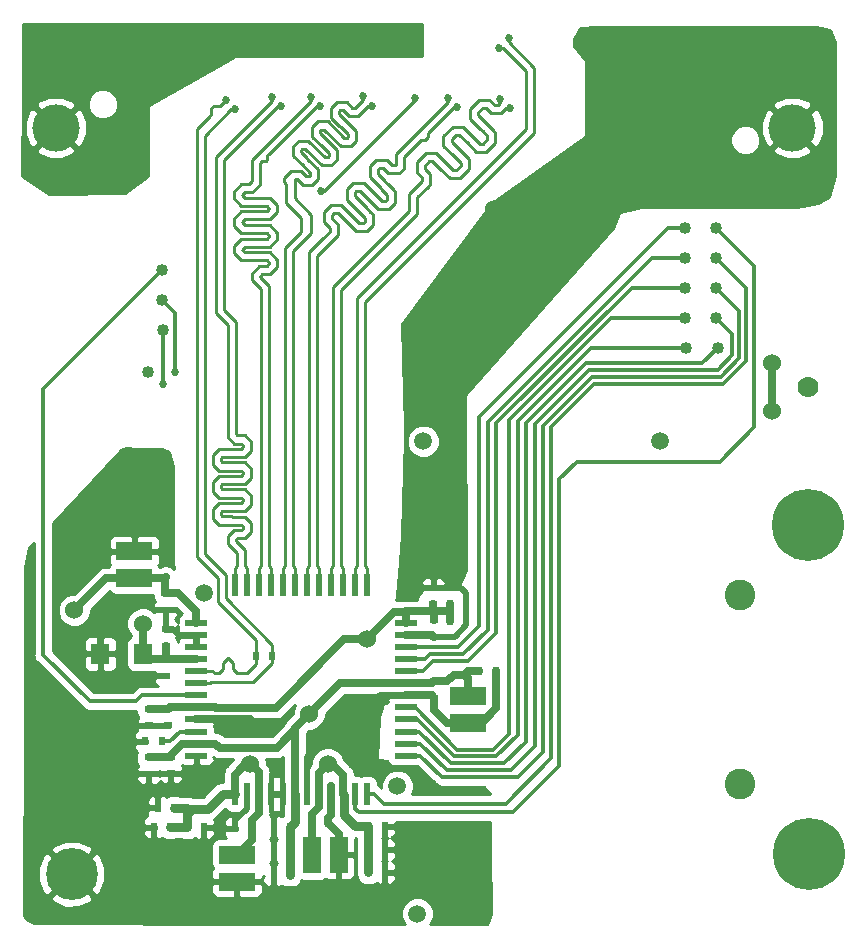
<source format=gbr>
%TF.GenerationSoftware,KiCad,Pcbnew,(5.0.0-rc2-dev-581-g09a6bada0)*%
%TF.CreationDate,2018-07-03T10:36:25-06:00*%
%TF.ProjectId,Sensor_FMC_LPC_Breakout_V02,53656E736F725F464D435F4C50435F42,01*%
%TF.SameCoordinates,Original*%
%TF.FileFunction,Copper,L1,Top,Signal*%
%TF.FilePolarity,Positive*%
%FSLAX46Y46*%
G04 Gerber Fmt 4.6, Leading zero omitted, Abs format (unit mm)*
G04 Created by KiCad (PCBNEW (5.0.0-rc2-dev-581-g09a6bada0)) date 07/03/18 10:36:25*
%MOMM*%
%LPD*%
G01*
G04 APERTURE LIST*
%ADD10C,2.600000*%
%ADD11C,6.096000*%
%ADD12C,1.500000*%
%ADD13R,0.510000X1.850000*%
%ADD14R,1.850000X0.510000*%
%ADD15C,4.000000*%
%ADD16R,1.500000X1.800000*%
%ADD17R,0.800000X0.600000*%
%ADD18R,0.600000X0.800000*%
%ADD19C,0.700000*%
%ADD20C,4.400000*%
%ADD21R,3.050000X1.520000*%
%ADD22R,1.520000X3.050000*%
%ADD23C,1.397000*%
%ADD24C,1.524000*%
%ADD25C,0.685800*%
%ADD26C,1.016000*%
%ADD27C,1.778000*%
%ADD28C,0.762000*%
%ADD29C,0.711200*%
%ADD30C,0.254000*%
%ADD31C,0.508000*%
%ADD32C,0.330200*%
%ADD33C,0.228600*%
G04 APERTURE END LIST*
D10*
X91850000Y-117450000D03*
X91850000Y-101450000D03*
D11*
X97600000Y-95500000D03*
D12*
X85000000Y-88450000D03*
X64500000Y-128450000D03*
X65000000Y-88450000D03*
D11*
X97650000Y-123400000D03*
D13*
X49016000Y-118319000D03*
X57176000Y-100589000D03*
X56156000Y-100589000D03*
X55136000Y-100589000D03*
D14*
X63491000Y-115064000D03*
X63491000Y-114044000D03*
X63491000Y-113024000D03*
X63491000Y-112004000D03*
X63491000Y-110984000D03*
X63491000Y-109964000D03*
D12*
X46446000Y-101274000D03*
D14*
X63491000Y-103844000D03*
X63491000Y-104864000D03*
X63491000Y-105884000D03*
X63491000Y-106904000D03*
X63491000Y-107924000D03*
X63491000Y-108944000D03*
D12*
X62806000Y-117634000D03*
D13*
X58196000Y-100589000D03*
X59216000Y-100589000D03*
X60236000Y-100589000D03*
X54116000Y-100589000D03*
X53096000Y-100589000D03*
X52076000Y-100589000D03*
X51056000Y-100589000D03*
X50036000Y-100589000D03*
X49016000Y-100589000D03*
D14*
X45761000Y-103844000D03*
X45761000Y-104864000D03*
X45761000Y-105884000D03*
X45761000Y-106904000D03*
X45761000Y-107924000D03*
X45761000Y-108944000D03*
X45761000Y-109964000D03*
X45761000Y-110984000D03*
X45761000Y-112004000D03*
X45761000Y-113024000D03*
X45761000Y-114044000D03*
X45761000Y-115064000D03*
D13*
X50036000Y-118319000D03*
X51056000Y-118319000D03*
X52076000Y-118319000D03*
X53096000Y-118319000D03*
X54116000Y-118319000D03*
X55136000Y-118319000D03*
X56156000Y-118319000D03*
X57176000Y-118319000D03*
X58196000Y-118319000D03*
X59216000Y-118319000D03*
X60236000Y-118319000D03*
D15*
X96250000Y-61910000D03*
X33870000Y-61910000D03*
D16*
X41250000Y-106450000D03*
X37650000Y-106450000D03*
D17*
X65890000Y-103610000D03*
X65890000Y-105010000D03*
D18*
X50450000Y-121200000D03*
X49050000Y-121200000D03*
D17*
X65930000Y-108760000D03*
X65930000Y-110160000D03*
D18*
X43910000Y-119460000D03*
X42510000Y-119460000D03*
X67250000Y-102190000D03*
X68650000Y-102190000D03*
X53714000Y-125172000D03*
X52314000Y-125172000D03*
X45000000Y-121150000D03*
X46400000Y-121150000D03*
D17*
X65850000Y-102250000D03*
X65850000Y-100850000D03*
D18*
X69750000Y-107900000D03*
X71150000Y-107900000D03*
X43590000Y-121120000D03*
X42190000Y-121120000D03*
X67250000Y-103640000D03*
X68650000Y-103640000D03*
D17*
X43620000Y-116550000D03*
X43620000Y-115150000D03*
X43200000Y-108300000D03*
X43200000Y-106900000D03*
X43400000Y-111100000D03*
X43400000Y-112500000D03*
D18*
X60340000Y-123040000D03*
X61740000Y-123040000D03*
D17*
X41740000Y-115210000D03*
X41740000Y-116610000D03*
X43180000Y-105750000D03*
X43180000Y-104350000D03*
D18*
X56930000Y-120800000D03*
X55530000Y-120800000D03*
X60320000Y-121050000D03*
X61720000Y-121050000D03*
X53714000Y-123140000D03*
X52314000Y-123140000D03*
D17*
X41750000Y-111100000D03*
X41750000Y-112500000D03*
D18*
X60340000Y-124950000D03*
X61740000Y-124950000D03*
X53714000Y-121108000D03*
X52314000Y-121108000D03*
D17*
X43150000Y-101330000D03*
X43150000Y-102730000D03*
D18*
X42850000Y-113850000D03*
X41450000Y-113850000D03*
X50800000Y-106600000D03*
X52200000Y-106600000D03*
D19*
X36396726Y-123923274D03*
X35230000Y-123440000D03*
X34063274Y-123923274D03*
X33580000Y-125090000D03*
X34063274Y-126256726D03*
X35230000Y-126740000D03*
X36396726Y-126256726D03*
X36880000Y-125090000D03*
D20*
X35230000Y-125090000D03*
D21*
X49220000Y-125735000D03*
X49220000Y-123445000D03*
X68740000Y-112270000D03*
X68740000Y-109980000D03*
D22*
X55550000Y-123470000D03*
X57840000Y-123470000D03*
D21*
X40530000Y-100055000D03*
X40530000Y-97765000D03*
D23*
X59330000Y-111960000D03*
D24*
X51100000Y-112820000D03*
D23*
X38660000Y-64040000D03*
D24*
X39750000Y-90349998D03*
X37500000Y-109000000D03*
X71000000Y-68750000D03*
D23*
X66900000Y-121350000D03*
D24*
X41250000Y-103900000D03*
X60200000Y-105200000D03*
X50343241Y-115763212D03*
X56910000Y-115750000D03*
X35450000Y-102750000D03*
X55317037Y-111549990D03*
X94488000Y-81788000D03*
X94488000Y-85852000D03*
D25*
X43942000Y-82550000D03*
D26*
X42840000Y-76490000D03*
X41656000Y-82549998D03*
D25*
X42925988Y-83566000D03*
D26*
X42926000Y-78994000D03*
X87122000Y-72898000D03*
D25*
X64300000Y-59400000D03*
X56350000Y-67250000D03*
D26*
X42840000Y-73950000D03*
X87122000Y-75437986D03*
X87122000Y-77978000D03*
X87122000Y-70358000D03*
X87230000Y-80550000D03*
X89770000Y-75470000D03*
X89770000Y-72930000D03*
X89916000Y-80518000D03*
X89770000Y-70390000D03*
X89770000Y-78010000D03*
D25*
X49074112Y-60324112D03*
X48265888Y-59515888D03*
X71505888Y-59455888D03*
X67884112Y-60184112D03*
X67075888Y-59375888D03*
X72314112Y-60264112D03*
X71445888Y-55154112D03*
X72254112Y-54345888D03*
X60664112Y-60024112D03*
X59855888Y-59215888D03*
X56284112Y-60094112D03*
X55475888Y-59285888D03*
X52982112Y-60094112D03*
X52173888Y-59285888D03*
D27*
X97536000Y-83820000D03*
D28*
X60320000Y-123020000D02*
X60340000Y-123040000D01*
X60320000Y-121050000D02*
X60320000Y-123020000D01*
X60340000Y-123040000D02*
X60340000Y-124950000D01*
X54116000Y-120706000D02*
X53714000Y-121108000D01*
X54116000Y-118319000D02*
X54116000Y-120706000D01*
X53714000Y-121108000D02*
X53714000Y-123140000D01*
X53714000Y-123140000D02*
X53714000Y-125172000D01*
D29*
X63518800Y-102850000D02*
X63491000Y-102877800D01*
X65850000Y-102800000D02*
X65800000Y-102850000D01*
X65850000Y-102250000D02*
X65850000Y-102800000D01*
X67220000Y-102850000D02*
X65800000Y-102850000D01*
X65800000Y-102850000D02*
X63518800Y-102850000D01*
X65890000Y-102940000D02*
X65800000Y-102850000D01*
X65890000Y-103610000D02*
X65890000Y-102940000D01*
X67250000Y-102880000D02*
X67220000Y-102850000D01*
X67250000Y-103640000D02*
X67250000Y-102880000D01*
X67250000Y-102190000D02*
X67250000Y-102880000D01*
D28*
X47999000Y-118319000D02*
X46728000Y-119590000D01*
X49016000Y-118319000D02*
X47999000Y-118319000D01*
X45000000Y-119988000D02*
X45000000Y-121150000D01*
X45398000Y-119590000D02*
X45000000Y-119988000D01*
X46728000Y-119590000D02*
X45398000Y-119590000D01*
X44970000Y-121120000D02*
X45000000Y-121150000D01*
X43590000Y-121120000D02*
X44970000Y-121120000D01*
X45000000Y-119488000D02*
X45000000Y-119988000D01*
X44972000Y-119460000D02*
X45000000Y-119488000D01*
X43910000Y-119460000D02*
X44972000Y-119460000D01*
X49510000Y-123020000D02*
X49570000Y-123020000D01*
D29*
X49220000Y-123445000D02*
X49525000Y-123445000D01*
X44261200Y-101330000D02*
X43150000Y-101330000D01*
X45761000Y-102829800D02*
X44261200Y-101330000D01*
X45761000Y-103844000D02*
X45761000Y-102829800D01*
X43150000Y-99990000D02*
X43180000Y-99960000D01*
X43150000Y-101330000D02*
X43150000Y-99990000D01*
X43560000Y-115210000D02*
X43620000Y-115150000D01*
X41740000Y-115210000D02*
X43560000Y-115210000D01*
X45761000Y-114044000D02*
X44563448Y-114044000D01*
X43620000Y-114987448D02*
X43620000Y-115150000D01*
X44563448Y-114044000D02*
X43620000Y-114987448D01*
D30*
X45761000Y-107924000D02*
X45954816Y-107924000D01*
D29*
X65734000Y-109964000D02*
X65930000Y-110160000D01*
X63491000Y-109964000D02*
X65734000Y-109964000D01*
X67028800Y-112270000D02*
X68740000Y-112270000D01*
X65930000Y-111171200D02*
X67028800Y-112270000D01*
X65930000Y-110160000D02*
X65930000Y-111171200D01*
X69923722Y-112270000D02*
X71150000Y-111043722D01*
X68740000Y-112270000D02*
X69923722Y-112270000D01*
X71150000Y-111043722D02*
X71150000Y-109110000D01*
X65744000Y-104864000D02*
X65890000Y-105010000D01*
X63491000Y-104864000D02*
X65744000Y-104864000D01*
X57840000Y-121710000D02*
X57840000Y-123470000D01*
X56930000Y-120800000D02*
X57840000Y-121710000D01*
D31*
X59350000Y-111940000D02*
X59330000Y-111960000D01*
D29*
X45761000Y-112004000D02*
X50284000Y-112004000D01*
X50338001Y-112058001D02*
X51100000Y-112820000D01*
X50284000Y-112004000D02*
X50338001Y-112058001D01*
D31*
X45761000Y-105884000D02*
X45761000Y-104864000D01*
X55136000Y-116886000D02*
X55136000Y-118319000D01*
X55136000Y-115166172D02*
X55136000Y-116886000D01*
X58342172Y-111960000D02*
X55136000Y-115166172D01*
X59330000Y-111960000D02*
X58342172Y-111960000D01*
X68650000Y-103640000D02*
X68650000Y-102190000D01*
X66758000Y-100850000D02*
X65850000Y-100850000D01*
X68218000Y-100850000D02*
X66758000Y-100850000D01*
X68650000Y-101282000D02*
X68218000Y-100850000D01*
X68650000Y-102190000D02*
X68650000Y-101282000D01*
X61326000Y-109964000D02*
X59330000Y-111960000D01*
X63491000Y-109964000D02*
X61326000Y-109964000D01*
X33870000Y-61910000D02*
X36000000Y-64040000D01*
X36000000Y-64040000D02*
X37672172Y-64040000D01*
X37672172Y-64040000D02*
X38660000Y-64040000D01*
X52076000Y-118319000D02*
X53096000Y-118319000D01*
D29*
X57176000Y-120084578D02*
X57180000Y-117600000D01*
X56930000Y-120800000D02*
X56930000Y-120330578D01*
X56930000Y-120330578D02*
X57176000Y-120084578D01*
D31*
X49050000Y-120550000D02*
X49050000Y-121200000D01*
X50036000Y-118319000D02*
X50036000Y-119564000D01*
X50036000Y-119564000D02*
X49050000Y-120550000D01*
X68650000Y-104000000D02*
X68650000Y-103640000D01*
X67650000Y-105000000D02*
X68650000Y-104000000D01*
X65890000Y-105010000D02*
X65900000Y-105000000D01*
X65900000Y-105000000D02*
X67650000Y-105000000D01*
D29*
X71150000Y-107900000D02*
X71150000Y-109110000D01*
D31*
X43800000Y-104350000D02*
X43180000Y-104350000D01*
X45761000Y-104864000D02*
X44314000Y-104864000D01*
X44314000Y-104864000D02*
X43800000Y-104350000D01*
X43180000Y-102760000D02*
X43150000Y-102730000D01*
X43180000Y-104350000D02*
X43180000Y-102760000D01*
X42242000Y-102730000D02*
X43150000Y-102730000D01*
X41812000Y-102300000D02*
X42242000Y-102730000D01*
X39450000Y-102300000D02*
X41812000Y-102300000D01*
X37650000Y-106450000D02*
X37650000Y-104100000D01*
X37650000Y-104100000D02*
X39450000Y-102300000D01*
D29*
X63491000Y-103844000D02*
X63491000Y-102877800D01*
X62522200Y-102877800D02*
X60961999Y-104438001D01*
X63491000Y-102877800D02*
X62522200Y-102877800D01*
X60961999Y-104438001D02*
X60200000Y-105200000D01*
X41250000Y-103900000D02*
X41250000Y-106450000D01*
X43204000Y-106904000D02*
X43200000Y-106900000D01*
X45761000Y-106904000D02*
X43204000Y-106904000D01*
X41700000Y-106900000D02*
X41250000Y-106450000D01*
X43200000Y-106900000D02*
X41700000Y-106900000D01*
X43200000Y-105770000D02*
X43180000Y-105750000D01*
X43200000Y-106900000D02*
X43200000Y-105770000D01*
X43516000Y-110984000D02*
X43400000Y-111100000D01*
X45761000Y-110984000D02*
X43516000Y-110984000D01*
X43400000Y-111100000D02*
X41750000Y-111100000D01*
X58300000Y-105200000D02*
X60200000Y-105200000D01*
X52500000Y-111000000D02*
X58300000Y-105200000D01*
X47413200Y-111000000D02*
X52500000Y-111000000D01*
X45761000Y-110984000D02*
X47397200Y-110984000D01*
X47397200Y-110984000D02*
X47413200Y-111000000D01*
X55530000Y-123450000D02*
X55550000Y-123470000D01*
X55530000Y-120800000D02*
X55530000Y-123450000D01*
X56133989Y-119439155D02*
X55530000Y-120043144D01*
D28*
X59240000Y-121050000D02*
X59258000Y-121050000D01*
D29*
X56156000Y-118319000D02*
X56133989Y-118341011D01*
D28*
X58241411Y-120051411D02*
X59240000Y-121050000D01*
X59258000Y-121050000D02*
X60320000Y-121050000D01*
X58241411Y-118364411D02*
X58241411Y-120051411D01*
D29*
X56133989Y-118341011D02*
X56133989Y-119439155D01*
D28*
X58196000Y-118319000D02*
X58241411Y-118364411D01*
D29*
X55530000Y-120043144D02*
X55530000Y-120800000D01*
X49016000Y-116682800D02*
X49935588Y-115763212D01*
X51056000Y-116475971D02*
X50343241Y-115763212D01*
X51056000Y-118319000D02*
X51056000Y-116475971D01*
X49935588Y-115763212D02*
X50343241Y-115763212D01*
X49016000Y-118319000D02*
X49016000Y-116682800D01*
X58196000Y-118319000D02*
X58196000Y-116682800D01*
X56156000Y-118319000D02*
X56156000Y-116504000D01*
X56156000Y-116504000D02*
X56910000Y-115750000D01*
X57263200Y-115750000D02*
X56910000Y-115750000D01*
X58196000Y-116682800D02*
X57263200Y-115750000D01*
X50450000Y-122215000D02*
X49220000Y-123445000D01*
X50450000Y-121200000D02*
X50450000Y-122215000D01*
X50450000Y-120500000D02*
X50450000Y-121200000D01*
X51056000Y-118319000D02*
X51056000Y-119894000D01*
X51056000Y-119894000D02*
X50450000Y-120500000D01*
X43085000Y-100055000D02*
X43180000Y-99960000D01*
X40530000Y-100055000D02*
X43085000Y-100055000D01*
X54116000Y-118319000D02*
X54116000Y-112852328D01*
X45761000Y-114044000D02*
X47397200Y-114044000D01*
X47397200Y-114044000D02*
X47744802Y-114391602D01*
X47744802Y-114391602D02*
X52576726Y-114391602D01*
X68738800Y-107900000D02*
X68400000Y-108238800D01*
X69750000Y-107900000D02*
X68738800Y-107900000D01*
X68740000Y-108508800D02*
X68740000Y-109980000D01*
X68470000Y-108238800D02*
X68740000Y-108508800D01*
X68400000Y-108238800D02*
X68470000Y-108238800D01*
X67562400Y-108238800D02*
X68400000Y-108238800D01*
X67041200Y-108760000D02*
X67562400Y-108238800D01*
X65930000Y-108760000D02*
X67041200Y-108760000D01*
X65746000Y-108944000D02*
X65930000Y-108760000D01*
X63491000Y-108944000D02*
X65746000Y-108944000D01*
X40530000Y-100055000D02*
X38145000Y-100055000D01*
X38145000Y-100055000D02*
X36211999Y-101988001D01*
X36211999Y-101988001D02*
X35450000Y-102750000D01*
X57923027Y-108944000D02*
X63491000Y-108944000D01*
X55317037Y-111549990D02*
X57923027Y-108944000D01*
X54116000Y-112852328D02*
X52576726Y-114391602D01*
X54116000Y-112751027D02*
X55317037Y-111549990D01*
X54116000Y-112852328D02*
X54116000Y-112751027D01*
X94488000Y-81788000D02*
X94488000Y-85852000D01*
D32*
X43942000Y-77592000D02*
X43942000Y-82065067D01*
X43942000Y-82065067D02*
X43942000Y-82550000D01*
X42840000Y-76490000D02*
X43942000Y-77592000D01*
X42925988Y-83058012D02*
X42925988Y-83566000D01*
X42926000Y-83058000D02*
X42925988Y-83058012D01*
X42840000Y-79030000D02*
X42926000Y-79116000D01*
X42926000Y-79116000D02*
X42926000Y-83058000D01*
X68381789Y-106468211D02*
X70450000Y-104400000D01*
X65096000Y-106904000D02*
X65531789Y-106468211D01*
X63491000Y-106904000D02*
X65096000Y-106904000D01*
X86403580Y-72898000D02*
X87122000Y-72898000D01*
X65531789Y-106468211D02*
X68381789Y-106468211D01*
X70450000Y-86816607D02*
X84368607Y-72898000D01*
X70450000Y-104400000D02*
X70450000Y-86816607D01*
X84368607Y-72898000D02*
X86403580Y-72898000D01*
X56700000Y-67250000D02*
X56350000Y-67250000D01*
X64300000Y-59400000D02*
X64300000Y-59650000D01*
X64300000Y-59650000D02*
X56700000Y-67250000D01*
X42078001Y-74711999D02*
X42840000Y-73950000D01*
X40666929Y-110481101D02*
X36741101Y-110481101D01*
X36741101Y-110481101D02*
X32800000Y-106540000D01*
X45761000Y-109964000D02*
X41184030Y-109964000D01*
X32800000Y-106540000D02*
X32800000Y-83990000D01*
X41184030Y-109964000D02*
X40666929Y-110481101D01*
X32800000Y-83990000D02*
X42078001Y-74711999D01*
X86403580Y-75437986D02*
X87122000Y-75437986D01*
X68797578Y-107052422D02*
X71150000Y-104700000D01*
X71150000Y-104700000D02*
X71150000Y-86942806D01*
X71150000Y-86942806D02*
X82654820Y-75437986D01*
X65847578Y-107052422D02*
X68797578Y-107052422D01*
X64976000Y-107924000D02*
X65847578Y-107052422D01*
X82654820Y-75437986D02*
X86403580Y-75437986D01*
X63491000Y-107924000D02*
X64976000Y-107924000D01*
X80909005Y-78010000D02*
X86152370Y-78010000D01*
X64284000Y-110984000D02*
X67850000Y-114550000D01*
X63491000Y-110984000D02*
X64284000Y-110984000D01*
X67850000Y-114550000D02*
X70932812Y-114550000D01*
X70932812Y-114550000D02*
X72250000Y-113232812D01*
X72250000Y-113232812D02*
X72250000Y-86669005D01*
X72250000Y-86669005D02*
X80909005Y-78010000D01*
X86184370Y-77978000D02*
X87122000Y-77978000D01*
X86152370Y-78010000D02*
X86184370Y-77978000D01*
X85702000Y-70358000D02*
X86403580Y-70358000D01*
X86403580Y-70358000D02*
X87122000Y-70358000D01*
X63491000Y-105884000D02*
X67939802Y-105884000D01*
X69700000Y-104123802D02*
X69700000Y-86360000D01*
X69700000Y-86360000D02*
X85702000Y-70358000D01*
X67939802Y-105884000D02*
X69700000Y-104123802D01*
X86152370Y-80550000D02*
X87230000Y-80550000D01*
X79195204Y-80550000D02*
X86152370Y-80550000D01*
X64477802Y-112004000D02*
X67608012Y-115134211D01*
X63491000Y-112004000D02*
X64477802Y-112004000D01*
X67608012Y-115134211D02*
X71174800Y-115134211D01*
X71174800Y-115134211D02*
X73000000Y-113309011D01*
X73000000Y-113309011D02*
X73000000Y-86745204D01*
X73000000Y-86745204D02*
X79195204Y-80550000D01*
X90531999Y-76231999D02*
X89770000Y-75470000D01*
X90160410Y-82985789D02*
X91715789Y-81430410D01*
X91715789Y-81430410D02*
X91715789Y-77415789D01*
X79238012Y-82985789D02*
X90160410Y-82985789D01*
X64746200Y-115064000D02*
X66569044Y-116886844D01*
X63491000Y-115064000D02*
X64746200Y-115064000D01*
X91715789Y-77415789D02*
X90531999Y-76231999D01*
X66569044Y-116886844D02*
X72973156Y-116886844D01*
X72973156Y-116886844D02*
X75100000Y-114760000D01*
X75100000Y-114760000D02*
X75100000Y-87123801D01*
X75100000Y-87123801D02*
X79238012Y-82985789D01*
X90402398Y-83570000D02*
X92300000Y-81672398D01*
X61642200Y-119140000D02*
X71980000Y-119140000D01*
X75821055Y-87228945D02*
X79480000Y-83570000D01*
X92300000Y-75460000D02*
X90531999Y-73691999D01*
X90531999Y-73691999D02*
X89770000Y-72930000D01*
X60236000Y-118319000D02*
X60821200Y-118319000D01*
X79480000Y-83570000D02*
X90402398Y-83570000D01*
X71980000Y-119140000D02*
X75821055Y-115298945D01*
X92300000Y-81672398D02*
X92300000Y-75460000D01*
X60821200Y-118319000D02*
X61642200Y-119140000D01*
X75821055Y-115298945D02*
X75821055Y-87228945D01*
X88616633Y-81817367D02*
X89916000Y-80518000D01*
X78754036Y-81817367D02*
X88616633Y-81817367D01*
X64671604Y-113024000D02*
X67366024Y-115718422D01*
X63491000Y-113024000D02*
X64671604Y-113024000D01*
X67366024Y-115718422D02*
X71831578Y-115718422D01*
X71831578Y-115718422D02*
X73650000Y-113900000D01*
X73650000Y-113900000D02*
X73650000Y-86921403D01*
X73650000Y-86921403D02*
X78754036Y-81817367D01*
X59216000Y-119574200D02*
X59216000Y-118319000D01*
X59521800Y-119880000D02*
X59216000Y-119574200D01*
X76500000Y-115930000D02*
X72550000Y-119880000D01*
X93030000Y-73650000D02*
X93030000Y-87220000D01*
X89770000Y-70390000D02*
X93030000Y-73650000D01*
X93030000Y-87220000D02*
X90080000Y-90170000D01*
X72550000Y-119880000D02*
X59521800Y-119880000D01*
X90080000Y-90170000D02*
X77978000Y-90170000D01*
X77978000Y-90170000D02*
X76500000Y-91648000D01*
X76500000Y-91648000D02*
X76500000Y-115930000D01*
X74450000Y-114260000D02*
X72407367Y-116302633D01*
X67004833Y-116302633D02*
X64746200Y-114044000D01*
X91131578Y-79371578D02*
X91131578Y-81188422D01*
X89770000Y-78010000D02*
X91131578Y-79371578D01*
X91131578Y-81188422D02*
X89918422Y-82401578D01*
X64746200Y-114044000D02*
X63491000Y-114044000D01*
X72407367Y-116302633D02*
X67004833Y-116302633D01*
X89918422Y-82401578D02*
X78996024Y-82401578D01*
X78996024Y-82401578D02*
X74450000Y-86947602D01*
X74450000Y-86947602D02*
X74450000Y-114260000D01*
X43590000Y-113850000D02*
X42850000Y-113850000D01*
X45761000Y-113024000D02*
X44416000Y-113024000D01*
X44416000Y-113024000D02*
X43590000Y-113850000D01*
D33*
X52200000Y-107228600D02*
X52200000Y-106600000D01*
X50598600Y-108830000D02*
X52200000Y-107228600D01*
X47028600Y-108830000D02*
X50598600Y-108830000D01*
X45761000Y-108944000D02*
X46914600Y-108944000D01*
X46914600Y-108944000D02*
X47028600Y-108830000D01*
X48750822Y-60324112D02*
X49074112Y-60324112D01*
X46482000Y-62592934D02*
X48750822Y-60324112D01*
X46482000Y-97997066D02*
X46482000Y-62592934D01*
X48270000Y-101750146D02*
X48270000Y-99785066D01*
X52200000Y-105680146D02*
X48270000Y-101750146D01*
X52200000Y-106600000D02*
X52200000Y-105680146D01*
X48270000Y-99785066D02*
X46482000Y-97997066D01*
X50800000Y-107063191D02*
X50800000Y-106600000D01*
X50800000Y-107330000D02*
X50800000Y-107063191D01*
X48880000Y-107760000D02*
X49211100Y-108091100D01*
X48880000Y-107260000D02*
X48880000Y-107760000D01*
X48445000Y-106825000D02*
X48880000Y-107260000D01*
X47148501Y-107924000D02*
X47315601Y-108091100D01*
X50038900Y-108091100D02*
X50800000Y-107330000D01*
X45761000Y-107924000D02*
X47148501Y-107924000D01*
X47315601Y-108091100D02*
X47658900Y-108091100D01*
X47658900Y-108091100D02*
X48020000Y-107730000D01*
X48020000Y-107730000D02*
X48020000Y-107250000D01*
X49211100Y-108091100D02*
X50038900Y-108091100D01*
X48020000Y-107250000D02*
X48445000Y-106825000D01*
X50800000Y-105250000D02*
X50800000Y-106600000D01*
X47580000Y-102030000D02*
X50800000Y-105250000D01*
X47580000Y-100064920D02*
X47580000Y-102030000D01*
X45796209Y-98281129D02*
X47580000Y-100064920D01*
X45796209Y-61985567D02*
X45796209Y-98281129D01*
X47752000Y-60029776D02*
X47257024Y-60029776D01*
X47257024Y-60029776D02*
X47039800Y-60246999D01*
X48265888Y-59515888D02*
X47752000Y-60029776D01*
X47039800Y-60246999D02*
X47039800Y-60741973D01*
X47039800Y-60741973D02*
X46822578Y-60959197D01*
X46822578Y-60959197D02*
X45796209Y-61985567D01*
X57176000Y-99201499D02*
X57176000Y-100589000D01*
X57343100Y-99034399D02*
X57176000Y-99201499D01*
X69768158Y-63251591D02*
X68317543Y-61800976D01*
X70414594Y-62885034D02*
X70048038Y-63251591D01*
X70414594Y-62605154D02*
X70414594Y-62885034D01*
X69789722Y-61980279D02*
X70032187Y-62222747D01*
X64438497Y-65680021D02*
X64881829Y-66123353D01*
X69796220Y-61973776D02*
X69789722Y-61980279D01*
X68970481Y-60300022D02*
X68970481Y-61148037D01*
X63767100Y-68927966D02*
X57343100Y-75351966D01*
X70048038Y-63251591D02*
X69768158Y-63251591D01*
X71505888Y-59779178D02*
X71310000Y-59975066D01*
X64881829Y-66403233D02*
X63767100Y-67517966D01*
X71505888Y-59455888D02*
X71505888Y-59779178D01*
X64438497Y-64832006D02*
X64438497Y-65680021D01*
X70586786Y-59531732D02*
X69738771Y-59531732D01*
X71030120Y-59975066D02*
X70586786Y-59531732D01*
X66054802Y-64063717D02*
X65206787Y-64063717D01*
X63767100Y-67517966D02*
X63767100Y-68927966D01*
X69171347Y-60099156D02*
X68970481Y-60300022D01*
X67769446Y-64485488D02*
X68151853Y-64867895D01*
X65206787Y-64063717D02*
X64438497Y-64832006D01*
X70032187Y-62222747D02*
X70414594Y-62605154D01*
X69738771Y-59531732D02*
X69171347Y-60099156D01*
X71310000Y-59975066D02*
X71030120Y-59975066D01*
X67505417Y-65514332D02*
X66054802Y-64063717D01*
X68317543Y-61800976D02*
X67469528Y-61800976D01*
X67469528Y-61800976D02*
X66701238Y-62569265D01*
X66701238Y-62569265D02*
X66701238Y-63417280D01*
X66701238Y-63417280D02*
X67526977Y-64243019D01*
X67526977Y-64243019D02*
X67526981Y-64243020D01*
X67526981Y-64243020D02*
X67769446Y-64485488D01*
X68151853Y-64867895D02*
X68151853Y-65147775D01*
X57343100Y-75351966D02*
X57343100Y-99034399D01*
X68151853Y-65147775D02*
X67785297Y-65514332D01*
X68970481Y-61148037D02*
X69796220Y-61973776D01*
X67785297Y-65514332D02*
X67505417Y-65514332D01*
X64881829Y-66123353D02*
X64881829Y-66403233D01*
X67560822Y-60184112D02*
X67884112Y-60184112D01*
X65618528Y-62126405D02*
X67560822Y-60184112D01*
X65364770Y-62380161D02*
X65618528Y-62126405D01*
X65364770Y-62721177D02*
X65364770Y-62380161D01*
X65111014Y-62974934D02*
X65364770Y-62721177D01*
X64770000Y-62974934D02*
X65111014Y-62974934D01*
X63352900Y-65372034D02*
X63352900Y-64392034D01*
X61596515Y-65330431D02*
X62039849Y-65773766D01*
X61253332Y-65330431D02*
X61596515Y-65330431D01*
X62951167Y-65773766D02*
X63352900Y-65372034D01*
X60721381Y-69233405D02*
X60520513Y-69032540D01*
X55988900Y-72736034D02*
X56984097Y-71740837D01*
X60721381Y-70144723D02*
X60721381Y-69233405D01*
X60193171Y-70672933D02*
X60721381Y-70144723D01*
X61126854Y-65456908D02*
X61253332Y-65330431D01*
X59281853Y-70672933D02*
X60193171Y-70672933D01*
X58424461Y-69815541D02*
X59281853Y-70672933D01*
X61773174Y-66466827D02*
X61783380Y-66456617D01*
X63352900Y-64392034D02*
X64770000Y-62974934D01*
X57424752Y-69159012D02*
X57767935Y-69159012D01*
X61783380Y-66456617D02*
X61126854Y-65800091D01*
X57298274Y-69285489D02*
X57424752Y-69159012D01*
X56156000Y-99201499D02*
X55988900Y-99034399D01*
X59863987Y-68376014D02*
X59863987Y-68376011D01*
X62429700Y-67123353D02*
X62015642Y-66709292D01*
X55988900Y-99034399D02*
X55988900Y-72736034D01*
X57767935Y-69159012D02*
X58424461Y-69815541D01*
X57298274Y-69628672D02*
X57298274Y-69285489D01*
X60520513Y-69032540D02*
X60106455Y-68618479D01*
X61191040Y-68763746D02*
X62102358Y-68763746D01*
X56984097Y-71740837D02*
X57741607Y-70983324D01*
X57741607Y-70983324D02*
X57741607Y-70072005D01*
X62039849Y-65773766D02*
X62951167Y-65773766D01*
X60106455Y-68618479D02*
X59863987Y-68376014D01*
X59207461Y-67719485D02*
X59207461Y-67376302D01*
X59207461Y-67376302D02*
X59333939Y-67249825D01*
X60333648Y-67906351D02*
X60333648Y-67906354D01*
X59333939Y-67249825D02*
X59677122Y-67249825D01*
X59677122Y-67249825D02*
X60333648Y-67906351D01*
X57741607Y-70072005D02*
X57298274Y-69628672D01*
X60333648Y-67906354D02*
X61191040Y-68763746D01*
X62102358Y-68763746D02*
X62630568Y-68235536D01*
X62630568Y-68235536D02*
X62630568Y-67324218D01*
X56156000Y-100589000D02*
X56156000Y-99201499D01*
X62630568Y-67324218D02*
X62429700Y-67123353D01*
X59863987Y-68376011D02*
X59207461Y-67719485D01*
X62015642Y-66709292D02*
X61773174Y-66466827D01*
X61126854Y-65800091D02*
X61126854Y-65456908D01*
X56612474Y-69001422D02*
X56612474Y-69912740D01*
X57140684Y-68473212D02*
X56612474Y-69001422D01*
X58052002Y-68473212D02*
X57140684Y-68473212D01*
X59909105Y-69987132D02*
X59565921Y-69987133D01*
X60035581Y-69860655D02*
X59909105Y-69987132D01*
X60035582Y-69517471D02*
X60035581Y-69860655D01*
X59621521Y-69103413D02*
X60035582Y-69517471D01*
X58521661Y-68003553D02*
X59379053Y-68860945D01*
X58521661Y-67092235D02*
X58521661Y-68003553D01*
X59049871Y-66564025D02*
X58521661Y-67092235D01*
X61818292Y-68077945D02*
X61475108Y-68077946D01*
X61288243Y-66951758D02*
X61530708Y-67194226D01*
X60969264Y-64644632D02*
X60441054Y-65172841D01*
X61880583Y-64644632D02*
X60969264Y-64644632D01*
X62323917Y-65087966D02*
X61880583Y-64644632D01*
X62667100Y-65087966D02*
X62323917Y-65087966D01*
X62667100Y-64107966D02*
X62667100Y-65087966D01*
X67075888Y-59699178D02*
X62667100Y-64107966D01*
X67075888Y-59375888D02*
X67075888Y-59699178D01*
X61475108Y-68077946D02*
X59961189Y-66564025D01*
X60441054Y-66084159D02*
X61298446Y-66941551D01*
X61944768Y-67951468D02*
X61818292Y-68077945D01*
X59379056Y-68860945D02*
X59621521Y-69103413D01*
X61944769Y-67608284D02*
X61944768Y-67951468D01*
X61530708Y-67194226D02*
X61944769Y-67608284D01*
X59379053Y-68860945D02*
X59379056Y-68860945D01*
X59565921Y-69987133D02*
X58052002Y-68473212D01*
X61298446Y-66941551D02*
X61288243Y-66951758D01*
X59961189Y-66564025D02*
X59049871Y-66564025D01*
X60441054Y-65172841D02*
X60441054Y-66084159D01*
X56612474Y-69912740D02*
X57055807Y-70356073D01*
X57055807Y-70356073D02*
X57055807Y-70699256D01*
X57055807Y-70699256D02*
X56499163Y-71255903D01*
X56499163Y-71255903D02*
X55303100Y-72451966D01*
X55303100Y-72451966D02*
X55303100Y-99034399D01*
X55303100Y-99034399D02*
X55136000Y-99201499D01*
X55136000Y-99201499D02*
X55136000Y-100589000D01*
X58028900Y-99034399D02*
X58196000Y-99201499D01*
X58028900Y-75636034D02*
X58028900Y-99034399D01*
X64452900Y-69212034D02*
X58028900Y-75636034D01*
X65366763Y-66888168D02*
X64452900Y-67802034D01*
X65567630Y-66687302D02*
X65366763Y-66888168D01*
X65567630Y-65839287D02*
X65567630Y-66687302D01*
X65124297Y-65395954D02*
X65567630Y-65839287D01*
X65124297Y-65116074D02*
X65124297Y-65395954D01*
X65490855Y-64749517D02*
X65124297Y-65116074D01*
X65770735Y-64749517D02*
X65490855Y-64749517D01*
X66395609Y-65374390D02*
X65770735Y-64749517D01*
X67221349Y-66200133D02*
X66395610Y-65374394D01*
X68069365Y-66200132D02*
X67221349Y-66200133D01*
X68837653Y-65431843D02*
X68069365Y-66200132D01*
X67387038Y-63133213D02*
X68837652Y-64583829D01*
X67387038Y-62853333D02*
X67387038Y-63133213D01*
X67753596Y-62486776D02*
X67387038Y-62853333D01*
X68033476Y-62486776D02*
X67753596Y-62486776D01*
X68658350Y-63111649D02*
X68033476Y-62486776D01*
X69484090Y-63937392D02*
X68658351Y-63111653D01*
X70332106Y-63937391D02*
X69484090Y-63937392D01*
X71100394Y-63169102D02*
X70332106Y-63937391D01*
X71100393Y-62321088D02*
X71100394Y-63169102D01*
X70899528Y-62120220D02*
X71100393Y-62321088D01*
X70517121Y-61737813D02*
X70899528Y-62120220D01*
X70274653Y-61495348D02*
X70517121Y-61737813D01*
X70281154Y-61488842D02*
X70274653Y-61495348D01*
X69656281Y-60863969D02*
X70281154Y-61488842D01*
X69656281Y-60584089D02*
X69656281Y-60863969D01*
X70022839Y-60217532D02*
X69656281Y-60584089D01*
X70302719Y-60217532D02*
X70022839Y-60217532D01*
X70746052Y-60660866D02*
X70302719Y-60217532D01*
X71594067Y-60660866D02*
X70746052Y-60660866D01*
X71990822Y-60264112D02*
X71594067Y-60660866D01*
X72314112Y-60264112D02*
X71990822Y-60264112D01*
X66395610Y-65374394D02*
X66395609Y-65374390D01*
X68658351Y-63111653D02*
X68658350Y-63111649D01*
X64452900Y-67802034D02*
X64452900Y-69212034D01*
X68837652Y-64583829D02*
X68837653Y-65431843D01*
X58196000Y-99201499D02*
X58196000Y-100589000D01*
X71769178Y-55154112D02*
X71445888Y-55154112D01*
X59216000Y-99201499D02*
X59383100Y-99034399D01*
X59216000Y-100589000D02*
X59216000Y-99201499D01*
X59383100Y-99034399D02*
X59383100Y-76346900D01*
X59383100Y-76346900D02*
X73680000Y-62050000D01*
X73680000Y-62050000D02*
X73680000Y-57064934D01*
X73680000Y-57064934D02*
X71769178Y-55154112D01*
X72254112Y-54669178D02*
X72254112Y-54345888D01*
X60236000Y-99201499D02*
X60068900Y-99034399D01*
X60236000Y-100589000D02*
X60236000Y-99201499D01*
X60068900Y-99034399D02*
X60068900Y-76641100D01*
X60068900Y-76641100D02*
X74390000Y-62320000D01*
X74390000Y-62320000D02*
X74390000Y-56805066D01*
X74390000Y-56805066D02*
X72254112Y-54669178D01*
X56280426Y-62135946D02*
X56356834Y-62059539D01*
X56280426Y-62382826D02*
X56280426Y-62135946D01*
X57698039Y-63800440D02*
X56280426Y-62382826D01*
X57698039Y-64615456D02*
X57698039Y-63800440D01*
X57219899Y-65093597D02*
X57698039Y-64615456D01*
X54987270Y-63675984D02*
X56404883Y-65093597D01*
X54663980Y-63752392D02*
X54740388Y-63675985D01*
X55029886Y-64365181D02*
X54663980Y-63999272D01*
X55272353Y-64607648D02*
X55029886Y-64365181D01*
X55267028Y-64612967D02*
X55272353Y-64607648D01*
X56076269Y-65422208D02*
X55267028Y-64612967D01*
X56076269Y-66237224D02*
X56076269Y-65422208D01*
X55598129Y-66715366D02*
X56076269Y-66237224D01*
X54783113Y-66715366D02*
X55598129Y-66715366D01*
X53948900Y-72336034D02*
X55460000Y-70824934D01*
X54116000Y-99201499D02*
X53948900Y-99034399D01*
X54116000Y-100589000D02*
X54116000Y-99201499D01*
X55460000Y-69260000D02*
X54092900Y-67892900D01*
X58836345Y-63477151D02*
X59314485Y-62999010D01*
X55460000Y-70824934D02*
X55460000Y-69260000D01*
X53948900Y-99034399D02*
X53948900Y-72336034D01*
X56603716Y-62059538D02*
X58021329Y-63477151D01*
X56404883Y-65093597D02*
X57219899Y-65093597D01*
X54663980Y-63999272D02*
X54663980Y-63752392D01*
X58021329Y-63477151D02*
X58836345Y-63477151D01*
X56356834Y-62059539D02*
X56603716Y-62059538D01*
X54740388Y-63675985D02*
X54987270Y-63675984D01*
X59314485Y-62999010D02*
X59314485Y-62183994D01*
X59314485Y-62183994D02*
X57896872Y-60766380D01*
X57896872Y-60766380D02*
X57896872Y-60519500D01*
X57896872Y-60519500D02*
X57973280Y-60443093D01*
X57973280Y-60443093D02*
X58220162Y-60443092D01*
X58220162Y-60443092D02*
X58663496Y-60886426D01*
X58663496Y-60886426D02*
X59478512Y-60886426D01*
X59478512Y-60886426D02*
X60340822Y-60024112D01*
X60340822Y-60024112D02*
X60624170Y-60024112D01*
X60624170Y-60024112D02*
X60664112Y-60024112D01*
X54339780Y-66272033D02*
X54783113Y-66715366D01*
X54092900Y-67892900D02*
X54092899Y-66272033D01*
X54092899Y-66272033D02*
X54339780Y-66272033D01*
X53096000Y-99201499D02*
X53096000Y-100589000D01*
X53263100Y-99034399D02*
X53096000Y-99201499D01*
X53263100Y-72051966D02*
X53263100Y-99034399D01*
X54610000Y-70705066D02*
X53263100Y-72051966D01*
X54610000Y-69520000D02*
X54610000Y-70705066D01*
X53407100Y-68317100D02*
X54610000Y-69520000D01*
X53407100Y-66673132D02*
X53407100Y-68317100D01*
X53221933Y-66487966D02*
X53407100Y-66673132D01*
X53221933Y-66173132D02*
X53221933Y-66487966D01*
X53808832Y-65586233D02*
X53221933Y-66173132D01*
X58305397Y-62791351D02*
X56887782Y-61373739D01*
X58552277Y-62791351D02*
X58305397Y-62791351D01*
X56403864Y-63476132D02*
X57012239Y-64084507D01*
X58020314Y-61859687D02*
X58020310Y-61859686D01*
X58628685Y-62468061D02*
X58628685Y-62714942D01*
X54787422Y-65092579D02*
X54782094Y-65097901D01*
X57896872Y-61736248D02*
X58020314Y-61859687D01*
X58628685Y-62714942D02*
X58552277Y-62791351D01*
X57211072Y-61050448D02*
X57896872Y-61736248D01*
X57211072Y-60235432D02*
X57211072Y-61050448D01*
X55314061Y-66029566D02*
X55067180Y-66029566D01*
X56887782Y-61373739D02*
X56072766Y-61373739D01*
X59855888Y-59539178D02*
X59194443Y-60200625D01*
X55390469Y-65706276D02*
X55390469Y-65953157D01*
X59855888Y-59215888D02*
X59855888Y-59539178D01*
X59194443Y-60200625D02*
X58947561Y-60200626D01*
X58947561Y-60200626D02*
X58504228Y-59757293D01*
X58504228Y-59757293D02*
X57689212Y-59757293D01*
X58020310Y-61859686D02*
X58628685Y-62468061D01*
X56072766Y-61373739D02*
X55594626Y-61851878D01*
X57689212Y-59757293D02*
X57211072Y-60235432D01*
X55594626Y-61851878D02*
X55594626Y-62666894D01*
X55594626Y-62666894D02*
X56403868Y-63476133D01*
X55390469Y-65953157D02*
X55314061Y-66029566D01*
X56403868Y-63476133D02*
X56403864Y-63476132D01*
X57012239Y-64084507D02*
X57012239Y-64331388D01*
X57012239Y-64331388D02*
X56935831Y-64407797D01*
X56935831Y-64407797D02*
X56688951Y-64407797D01*
X56688951Y-64407797D02*
X55271336Y-62990185D01*
X55271336Y-62990185D02*
X54456320Y-62990185D01*
X54456320Y-62990185D02*
X53978180Y-63468324D01*
X53978180Y-63468324D02*
X53978180Y-64283340D01*
X53978180Y-64283340D02*
X54787422Y-65092579D01*
X54782094Y-65097901D02*
X55390469Y-65706276D01*
X55067180Y-66029566D02*
X54623848Y-65586233D01*
X54623848Y-65586233D02*
X53808832Y-65586233D01*
X52007097Y-71983866D02*
X52644530Y-71346433D01*
X52644530Y-70778298D02*
X52007097Y-70140866D01*
X49876970Y-71983866D02*
X52007097Y-71983866D01*
X49876970Y-72455266D02*
X49641270Y-72219566D01*
X52007097Y-67826466D02*
X49876970Y-67826466D01*
X52644530Y-73092698D02*
X52007097Y-72455266D01*
X52007097Y-69669466D02*
X52644530Y-69032033D01*
X52007097Y-72455266D02*
X49876970Y-72455266D01*
X52644530Y-73660833D02*
X52644530Y-73092698D01*
X51801797Y-64594153D02*
X51801796Y-64253134D01*
X52076000Y-100589000D02*
X52076000Y-99201499D01*
X52007097Y-74298266D02*
X52644530Y-73660833D01*
X51908900Y-99034399D02*
X51908900Y-75299966D01*
X55960822Y-60094112D02*
X56284112Y-60094112D01*
X51908900Y-75299966D02*
X51142900Y-74533966D01*
X49876970Y-69669466D02*
X52007097Y-69669466D01*
X49641270Y-72219566D02*
X49876970Y-71983866D01*
X51801796Y-64253134D02*
X51954578Y-64100355D01*
X51142900Y-74533966D02*
X51378600Y-74298266D01*
X51378600Y-74298266D02*
X52007097Y-74298266D01*
X52007097Y-70140866D02*
X49876970Y-70140866D01*
X49876970Y-70140866D02*
X49641270Y-69905166D01*
X49641270Y-69905166D02*
X49876970Y-69669466D01*
X52644530Y-69032033D02*
X52644530Y-68463898D01*
X49876970Y-67355066D02*
X50505468Y-67355066D01*
X52644530Y-68463898D02*
X52007097Y-67826466D01*
X51308000Y-64746934D02*
X51649017Y-64746934D01*
X49876970Y-67826466D02*
X49641270Y-67590766D01*
X52076000Y-99201499D02*
X51908900Y-99034399D01*
X49641270Y-67590766D02*
X49876970Y-67355066D01*
X52644530Y-71346433D02*
X52644530Y-70778298D01*
X50505468Y-67355066D02*
X51142900Y-66717633D01*
X51142900Y-66717633D02*
X51142900Y-64912034D01*
X51142900Y-64912034D02*
X51308000Y-64746934D01*
X51649017Y-64746934D02*
X51801797Y-64594153D01*
X51954578Y-64100355D02*
X52852794Y-63202140D01*
X52852794Y-63202140D02*
X55960822Y-60094112D01*
X51958730Y-71062366D02*
X51723030Y-70826666D01*
X51723030Y-71298066D02*
X51958730Y-71062366D01*
X49592903Y-73141066D02*
X48955470Y-72503633D01*
X51723030Y-68983666D02*
X51958730Y-68747966D01*
X49592903Y-71298066D02*
X51723030Y-71298066D01*
X51223100Y-75584034D02*
X50457100Y-74818034D01*
X51723030Y-73141066D02*
X49592903Y-73141066D01*
X51958730Y-73376766D02*
X51723030Y-73141066D01*
X51056000Y-100589000D02*
X51056000Y-99201499D01*
X51723030Y-73612466D02*
X51958730Y-73376766D01*
X51723030Y-70826666D02*
X49592903Y-70826666D01*
X49592903Y-68983666D02*
X51723030Y-68983666D01*
X49592903Y-66669266D02*
X50221400Y-66669266D01*
X51056000Y-99201499D02*
X51223100Y-99034399D01*
X50457100Y-74818034D02*
X50457100Y-74249898D01*
X48955470Y-71935498D02*
X49592903Y-71298066D01*
X51223100Y-99034399D02*
X51223100Y-75584034D01*
X48955470Y-72503633D02*
X48955470Y-71935498D01*
X50221400Y-66669266D02*
X50457100Y-66433566D01*
X50457100Y-74249898D02*
X51094532Y-73612466D01*
X55475888Y-59609178D02*
X55475888Y-59285888D01*
X49592903Y-70826666D02*
X48955470Y-70189233D01*
X51723030Y-68512266D02*
X49592903Y-68512266D01*
X50457100Y-64627966D02*
X55475888Y-59609178D01*
X48955470Y-70189233D02*
X48955470Y-69621098D01*
X48955470Y-69621098D02*
X49592903Y-68983666D01*
X51958730Y-68747966D02*
X51723030Y-68512266D01*
X49592903Y-68512266D02*
X48955470Y-67874833D01*
X48955470Y-67306698D02*
X49592903Y-66669266D01*
X51094532Y-73612466D02*
X51723030Y-73612466D01*
X50457100Y-66433566D02*
X50457100Y-64627966D01*
X48955470Y-67874833D02*
X48955470Y-67306698D01*
X52658822Y-60094112D02*
X52982112Y-60094112D01*
X48094900Y-64658034D02*
X52658822Y-60094112D01*
X48094900Y-77327966D02*
X48094900Y-64658034D01*
X49110900Y-78343966D02*
X48094900Y-77327966D01*
X49110900Y-87831754D02*
X49110900Y-78343966D01*
X49234246Y-87955100D02*
X49110900Y-87831754D01*
X49861214Y-87955100D02*
X49234246Y-87955100D01*
X47885507Y-94454246D02*
X47983853Y-94355900D01*
X49234246Y-96650654D02*
X49861214Y-96650654D01*
X47885507Y-94714754D02*
X47885507Y-94454246D01*
X48768000Y-94821854D02*
X48768000Y-94813100D01*
X47983853Y-90241100D02*
X47885507Y-90142754D01*
X47983853Y-94813100D02*
X47885507Y-94714754D01*
X50386293Y-96125575D02*
X50386293Y-95346932D01*
X49861214Y-94821854D02*
X48768000Y-94821854D01*
X50386293Y-95346932D02*
X49861214Y-94821854D01*
X47885507Y-92168246D02*
X47983853Y-92069900D01*
X48768000Y-94813100D02*
X47983853Y-94813100D01*
X50036000Y-99201499D02*
X49868900Y-99034399D01*
X49868900Y-99034399D02*
X49868900Y-97643966D01*
X49110900Y-96885966D02*
X49110900Y-96774000D01*
X49861214Y-96650654D02*
X50386293Y-96125575D01*
X50036000Y-100589000D02*
X50036000Y-99201499D01*
X49868900Y-97643966D02*
X49110900Y-96885966D01*
X49110900Y-96774000D02*
X49234246Y-96650654D01*
X47885507Y-89882246D02*
X47983853Y-89783900D01*
X47983853Y-94355900D02*
X49861214Y-94355900D01*
X49861214Y-94355900D02*
X50386293Y-93830821D01*
X50386293Y-93830821D02*
X50386293Y-93052178D01*
X49861214Y-92527100D02*
X47983853Y-92527100D01*
X50386293Y-93052178D02*
X49861214Y-92527100D01*
X47983853Y-92527100D02*
X47885507Y-92428754D01*
X47885507Y-92428754D02*
X47885507Y-92168246D01*
X47983853Y-92069900D02*
X49861214Y-92069900D01*
X49861214Y-92069900D02*
X50386293Y-91544821D01*
X50386293Y-91544821D02*
X50386293Y-90766178D01*
X50386293Y-90766178D02*
X49861214Y-90241100D01*
X49861214Y-90241100D02*
X47983853Y-90241100D01*
X49861214Y-89783900D02*
X50386293Y-89258821D01*
X47885507Y-90142754D02*
X47885507Y-89882246D01*
X47983853Y-89783900D02*
X49861214Y-89783900D01*
X50386293Y-89258821D02*
X50386293Y-88480178D01*
X50386293Y-88480178D02*
X49861214Y-87955100D01*
X49577147Y-89098100D02*
X49700493Y-88974754D01*
X47199707Y-89598178D02*
X47699786Y-89098100D01*
X49577147Y-90926900D02*
X47699786Y-90926900D01*
X49700493Y-91050246D02*
X49577147Y-90926900D01*
X47699786Y-91384100D02*
X49577147Y-91384100D01*
X49577147Y-91384100D02*
X49700493Y-91260754D01*
X47199707Y-92712821D02*
X47199707Y-91884178D01*
X47699786Y-93212900D02*
X47199707Y-92712821D01*
X47699786Y-90926900D02*
X47199707Y-90426821D01*
X49577147Y-93212900D02*
X47699786Y-93212900D01*
X49700493Y-93336246D02*
X49577147Y-93212900D01*
X49577147Y-93670100D02*
X49700493Y-93546754D01*
X47699786Y-93670100D02*
X49577147Y-93670100D01*
X47699786Y-95498900D02*
X47199707Y-94998821D01*
X48768000Y-95507654D02*
X48768000Y-95498900D01*
X49577147Y-95507654D02*
X48768000Y-95507654D01*
X49700493Y-95841508D02*
X49700493Y-95631000D01*
X49577147Y-95964854D02*
X49700493Y-95841508D01*
X47199707Y-90426821D02*
X47199707Y-89598178D01*
X48950178Y-95964854D02*
X49577147Y-95964854D01*
X49183100Y-97928034D02*
X48425100Y-97170034D01*
X49016000Y-100589000D02*
X49016000Y-99201499D01*
X49700493Y-95631000D02*
X49577147Y-95507654D01*
X47199707Y-94998821D02*
X47199707Y-94170178D01*
X49016000Y-99201499D02*
X49183100Y-99034399D01*
X47199707Y-91884178D02*
X47699786Y-91384100D01*
X47199707Y-94170178D02*
X47699786Y-93670100D01*
X49183100Y-99034399D02*
X49183100Y-97928034D01*
X48425100Y-97170034D02*
X48425100Y-96489932D01*
X47699786Y-89098100D02*
X49577147Y-89098100D01*
X48768000Y-95498900D02*
X47699786Y-95498900D01*
X49700493Y-88974754D02*
X49700493Y-88764246D01*
X49700493Y-91260754D02*
X49700493Y-91050246D01*
X49700493Y-93546754D02*
X49700493Y-93336246D01*
X48425100Y-96489932D02*
X48950178Y-95964854D01*
X49700493Y-88764246D02*
X49577147Y-88640900D01*
X49577147Y-88640900D02*
X48950178Y-88640900D01*
X48950178Y-88640900D02*
X48425100Y-88115821D01*
X48425100Y-88115821D02*
X48425100Y-78628034D01*
X48425100Y-78628034D02*
X47409100Y-77612034D01*
X47409100Y-77612034D02*
X47409100Y-64373966D01*
X47409100Y-64373966D02*
X52173888Y-59609178D01*
X52173888Y-59609178D02*
X52173888Y-59285888D01*
D30*
G36*
X64873000Y-55873000D02*
X49000000Y-55873000D01*
X48937090Y-55889677D01*
X41747090Y-59989677D01*
X41709659Y-60022149D01*
X41687505Y-60066474D01*
X41683000Y-60100000D01*
X41683000Y-65977182D01*
X39736800Y-67463197D01*
X33307982Y-67492823D01*
X31027523Y-65982140D01*
X31044358Y-63785022D01*
X32174584Y-63785022D01*
X32395353Y-64155743D01*
X33367012Y-64549119D01*
X34415247Y-64540713D01*
X35344647Y-64155743D01*
X35565416Y-63785022D01*
X33870000Y-62089605D01*
X32174584Y-63785022D01*
X31044358Y-63785022D01*
X31062581Y-61407012D01*
X31230881Y-61407012D01*
X31239287Y-62455247D01*
X31624257Y-63384647D01*
X31994978Y-63605416D01*
X33690395Y-61910000D01*
X34049605Y-61910000D01*
X35745022Y-63605416D01*
X36115743Y-63384647D01*
X36509119Y-62412988D01*
X36500713Y-61364753D01*
X36115743Y-60435353D01*
X35745022Y-60214584D01*
X34049605Y-61910000D01*
X33690395Y-61910000D01*
X31994978Y-60214584D01*
X31624257Y-60435353D01*
X31230881Y-61407012D01*
X31062581Y-61407012D01*
X31073094Y-60034978D01*
X32174584Y-60034978D01*
X33870000Y-61730395D01*
X35565416Y-60034978D01*
X35344647Y-59664257D01*
X35327663Y-59657381D01*
X36600000Y-59657381D01*
X36600000Y-60162619D01*
X36793346Y-60629397D01*
X37150603Y-60986654D01*
X37617381Y-61180000D01*
X38122619Y-61180000D01*
X38589397Y-60986654D01*
X38946654Y-60629397D01*
X39140000Y-60162619D01*
X39140000Y-59657381D01*
X38946654Y-59190603D01*
X38589397Y-58833346D01*
X38122619Y-58640000D01*
X37617381Y-58640000D01*
X37150603Y-58833346D01*
X36793346Y-59190603D01*
X36600000Y-59657381D01*
X35327663Y-59657381D01*
X34372988Y-59270881D01*
X33324753Y-59279287D01*
X32395353Y-59664257D01*
X32174584Y-60034978D01*
X31073094Y-60034978D01*
X31126030Y-53127000D01*
X64873000Y-53127000D01*
X64873000Y-55873000D01*
X64873000Y-55873000D01*
G37*
X64873000Y-55873000D02*
X49000000Y-55873000D01*
X48937090Y-55889677D01*
X41747090Y-59989677D01*
X41709659Y-60022149D01*
X41687505Y-60066474D01*
X41683000Y-60100000D01*
X41683000Y-65977182D01*
X39736800Y-67463197D01*
X33307982Y-67492823D01*
X31027523Y-65982140D01*
X31044358Y-63785022D01*
X32174584Y-63785022D01*
X32395353Y-64155743D01*
X33367012Y-64549119D01*
X34415247Y-64540713D01*
X35344647Y-64155743D01*
X35565416Y-63785022D01*
X33870000Y-62089605D01*
X32174584Y-63785022D01*
X31044358Y-63785022D01*
X31062581Y-61407012D01*
X31230881Y-61407012D01*
X31239287Y-62455247D01*
X31624257Y-63384647D01*
X31994978Y-63605416D01*
X33690395Y-61910000D01*
X34049605Y-61910000D01*
X35745022Y-63605416D01*
X36115743Y-63384647D01*
X36509119Y-62412988D01*
X36500713Y-61364753D01*
X36115743Y-60435353D01*
X35745022Y-60214584D01*
X34049605Y-61910000D01*
X33690395Y-61910000D01*
X31994978Y-60214584D01*
X31624257Y-60435353D01*
X31230881Y-61407012D01*
X31062581Y-61407012D01*
X31073094Y-60034978D01*
X32174584Y-60034978D01*
X33870000Y-61730395D01*
X35565416Y-60034978D01*
X35344647Y-59664257D01*
X35327663Y-59657381D01*
X36600000Y-59657381D01*
X36600000Y-60162619D01*
X36793346Y-60629397D01*
X37150603Y-60986654D01*
X37617381Y-61180000D01*
X38122619Y-61180000D01*
X38589397Y-60986654D01*
X38946654Y-60629397D01*
X39140000Y-60162619D01*
X39140000Y-59657381D01*
X38946654Y-59190603D01*
X38589397Y-58833346D01*
X38122619Y-58640000D01*
X37617381Y-58640000D01*
X37150603Y-58833346D01*
X36793346Y-59190603D01*
X36600000Y-59657381D01*
X35327663Y-59657381D01*
X34372988Y-59270881D01*
X33324753Y-59279287D01*
X32395353Y-59664257D01*
X32174584Y-60034978D01*
X31073094Y-60034978D01*
X31126030Y-53127000D01*
X64873000Y-53127000D01*
X64873000Y-55873000D01*
G36*
X31999900Y-106461206D02*
X31984227Y-106540000D01*
X31999900Y-106618794D01*
X31999900Y-106618798D01*
X32046323Y-106852182D01*
X32223161Y-107116839D01*
X32289965Y-107161476D01*
X36119629Y-110991141D01*
X36164262Y-111057940D01*
X36231060Y-111102573D01*
X36231063Y-111102576D01*
X36359250Y-111188227D01*
X36428918Y-111234778D01*
X36662302Y-111281201D01*
X36662306Y-111281201D01*
X36741100Y-111296874D01*
X36819894Y-111281201D01*
X40588135Y-111281201D01*
X40666929Y-111296874D01*
X40702560Y-111289787D01*
X40702560Y-111400000D01*
X40751843Y-111647765D01*
X40852927Y-111799047D01*
X40811673Y-111840302D01*
X40715000Y-112073691D01*
X40715000Y-112214250D01*
X40873750Y-112373000D01*
X41623000Y-112373000D01*
X41623000Y-112353000D01*
X41877000Y-112353000D01*
X41877000Y-112373000D01*
X43273000Y-112373000D01*
X43273000Y-112353000D01*
X43527000Y-112353000D01*
X43527000Y-112373000D01*
X43547000Y-112373000D01*
X43547000Y-112627000D01*
X43527000Y-112627000D01*
X43527000Y-112647000D01*
X43273000Y-112647000D01*
X43273000Y-112627000D01*
X41877000Y-112627000D01*
X41877000Y-112647000D01*
X41623000Y-112647000D01*
X41623000Y-112627000D01*
X40873750Y-112627000D01*
X40715000Y-112785750D01*
X40715000Y-112926309D01*
X40732769Y-112969206D01*
X40611673Y-113090301D01*
X40515000Y-113323690D01*
X40515000Y-113564250D01*
X40673750Y-113723000D01*
X41323000Y-113723000D01*
X41323000Y-113703000D01*
X41577000Y-113703000D01*
X41577000Y-113723000D01*
X41597000Y-113723000D01*
X41597000Y-113977000D01*
X41577000Y-113977000D01*
X41577000Y-113997000D01*
X41323000Y-113997000D01*
X41323000Y-113977000D01*
X40673750Y-113977000D01*
X40515000Y-114135750D01*
X40515000Y-114376310D01*
X40611673Y-114609699D01*
X40728963Y-114726988D01*
X40692560Y-114910000D01*
X40692560Y-115510000D01*
X40741843Y-115757765D01*
X40842927Y-115909047D01*
X40801673Y-115950302D01*
X40705000Y-116183691D01*
X40705000Y-116324250D01*
X40863750Y-116483000D01*
X41613000Y-116483000D01*
X41613000Y-116463000D01*
X41867000Y-116463000D01*
X41867000Y-116483000D01*
X42616250Y-116483000D01*
X42710000Y-116389250D01*
X42743750Y-116423000D01*
X43493000Y-116423000D01*
X43493000Y-116403000D01*
X43747000Y-116403000D01*
X43747000Y-116423000D01*
X44496250Y-116423000D01*
X44655000Y-116264250D01*
X44655000Y-116123691D01*
X44558827Y-115891510D01*
X44709691Y-115954000D01*
X45475250Y-115954000D01*
X45634000Y-115795250D01*
X45634000Y-115191000D01*
X45614000Y-115191000D01*
X45614000Y-115034600D01*
X45908000Y-115034600D01*
X45908000Y-115191000D01*
X45888000Y-115191000D01*
X45888000Y-115795250D01*
X46046750Y-115954000D01*
X46812309Y-115954000D01*
X47045698Y-115857327D01*
X47224327Y-115678699D01*
X47321000Y-115445310D01*
X47321000Y-115349750D01*
X47170501Y-115199251D01*
X47358289Y-115324727D01*
X47647236Y-115382202D01*
X47647240Y-115382202D01*
X47744801Y-115401608D01*
X47842362Y-115382202D01*
X48915678Y-115382202D01*
X48384531Y-115913350D01*
X48301818Y-115968617D01*
X48246552Y-116051329D01*
X48246551Y-116051330D01*
X48082876Y-116296287D01*
X48005993Y-116682800D01*
X48025401Y-116780369D01*
X48025401Y-117288348D01*
X47998999Y-117283096D01*
X47898935Y-117303000D01*
X47602577Y-117361949D01*
X47602576Y-117361950D01*
X47602575Y-117361950D01*
X47533827Y-117407886D01*
X47266505Y-117586505D01*
X47209822Y-117671337D01*
X46307160Y-118574000D01*
X45498063Y-118574000D01*
X45464880Y-118567399D01*
X45368423Y-118502949D01*
X45072065Y-118444000D01*
X45072063Y-118444000D01*
X44972000Y-118424096D01*
X44871937Y-118444000D01*
X44368061Y-118444000D01*
X44210000Y-118412560D01*
X43610000Y-118412560D01*
X43362235Y-118461843D01*
X43210953Y-118562927D01*
X43169698Y-118521673D01*
X42936309Y-118425000D01*
X42795750Y-118425000D01*
X42637000Y-118583750D01*
X42637000Y-119333000D01*
X42657000Y-119333000D01*
X42657000Y-119587000D01*
X42637000Y-119587000D01*
X42637000Y-119607000D01*
X42383000Y-119607000D01*
X42383000Y-119587000D01*
X41733750Y-119587000D01*
X41575000Y-119745750D01*
X41575000Y-119986310D01*
X41637525Y-120137260D01*
X41530302Y-120181673D01*
X41351673Y-120360301D01*
X41255000Y-120593690D01*
X41255000Y-120834250D01*
X41413750Y-120993000D01*
X42063000Y-120993000D01*
X42063000Y-120973000D01*
X42317000Y-120973000D01*
X42317000Y-120993000D01*
X42337000Y-120993000D01*
X42337000Y-121247000D01*
X42317000Y-121247000D01*
X42317000Y-121996250D01*
X42475750Y-122155000D01*
X42616309Y-122155000D01*
X42849698Y-122058327D01*
X42890953Y-122017073D01*
X43042235Y-122118157D01*
X43290000Y-122167440D01*
X43890000Y-122167440D01*
X44048061Y-122136000D01*
X44434041Y-122136000D01*
X44452235Y-122148157D01*
X44700000Y-122197440D01*
X45300000Y-122197440D01*
X45547765Y-122148157D01*
X45699047Y-122047073D01*
X45740302Y-122088327D01*
X45973691Y-122185000D01*
X46114250Y-122185000D01*
X46273000Y-122026250D01*
X46273000Y-121277000D01*
X46527000Y-121277000D01*
X46527000Y-122026250D01*
X46685750Y-122185000D01*
X46826309Y-122185000D01*
X47059698Y-122088327D01*
X47238327Y-121909699D01*
X47335000Y-121676310D01*
X47335000Y-121435750D01*
X47176250Y-121277000D01*
X46527000Y-121277000D01*
X46273000Y-121277000D01*
X46253000Y-121277000D01*
X46253000Y-121023000D01*
X46273000Y-121023000D01*
X46273000Y-121003000D01*
X46527000Y-121003000D01*
X46527000Y-121023000D01*
X47176250Y-121023000D01*
X47335000Y-120864250D01*
X47335000Y-120673690D01*
X48115000Y-120673690D01*
X48115000Y-120914250D01*
X48273750Y-121073000D01*
X48923000Y-121073000D01*
X48923000Y-120323750D01*
X48764250Y-120165000D01*
X48623691Y-120165000D01*
X48390302Y-120261673D01*
X48211673Y-120440301D01*
X48115000Y-120673690D01*
X47335000Y-120673690D01*
X47335000Y-120623690D01*
X47264489Y-120453462D01*
X47460495Y-120322495D01*
X47517180Y-120237661D01*
X48202991Y-119551850D01*
X48303191Y-119701809D01*
X48513235Y-119842157D01*
X48761000Y-119891440D01*
X49271000Y-119891440D01*
X49518765Y-119842157D01*
X49536743Y-119830144D01*
X49654691Y-119879000D01*
X49673554Y-119879000D01*
X49516875Y-120113488D01*
X49504321Y-120176603D01*
X49476309Y-120165000D01*
X49335750Y-120165000D01*
X49177000Y-120323750D01*
X49177000Y-121073000D01*
X49197000Y-121073000D01*
X49197000Y-121327000D01*
X49177000Y-121327000D01*
X49177000Y-121347000D01*
X48923000Y-121347000D01*
X48923000Y-121327000D01*
X48273750Y-121327000D01*
X48115000Y-121485750D01*
X48115000Y-121726310D01*
X48211673Y-121959699D01*
X48289534Y-122037560D01*
X47695000Y-122037560D01*
X47447235Y-122086843D01*
X47237191Y-122227191D01*
X47096843Y-122437235D01*
X47047560Y-122685000D01*
X47047560Y-124205000D01*
X47096843Y-124452765D01*
X47185911Y-124586064D01*
X47156673Y-124615302D01*
X47060000Y-124848691D01*
X47060000Y-125449250D01*
X47218750Y-125608000D01*
X49093000Y-125608000D01*
X49093000Y-125588000D01*
X49347000Y-125588000D01*
X49347000Y-125608000D01*
X51221250Y-125608000D01*
X51380000Y-125449250D01*
X51380000Y-125299002D01*
X51537748Y-125299002D01*
X51379000Y-125457750D01*
X51379000Y-125698310D01*
X51475673Y-125931699D01*
X51654302Y-126110327D01*
X51887691Y-126207000D01*
X52028250Y-126207000D01*
X52187000Y-126048250D01*
X52187000Y-125299000D01*
X52167000Y-125299000D01*
X52167000Y-125045000D01*
X52187000Y-125045000D01*
X52187000Y-124295750D01*
X52047250Y-124156000D01*
X52187000Y-124016250D01*
X52187000Y-123267000D01*
X52167000Y-123267000D01*
X52167000Y-123013000D01*
X52187000Y-123013000D01*
X52187000Y-122263750D01*
X52047250Y-122124000D01*
X52187000Y-121984250D01*
X52187000Y-121235000D01*
X52167000Y-121235000D01*
X52167000Y-120981000D01*
X52187000Y-120981000D01*
X52187000Y-120231750D01*
X52030045Y-120074795D01*
X52046600Y-119991566D01*
X52046600Y-119991562D01*
X52066006Y-119894001D01*
X52046600Y-119796440D01*
X52046600Y-118446000D01*
X52203000Y-118446000D01*
X52203000Y-119720250D01*
X52361750Y-119879000D01*
X52457309Y-119879000D01*
X52586000Y-119825694D01*
X52714691Y-119879000D01*
X52810250Y-119879000D01*
X52969000Y-119720250D01*
X52969000Y-118446000D01*
X52203000Y-118446000D01*
X52046600Y-118446000D01*
X52046600Y-116917750D01*
X52203000Y-116917750D01*
X52203000Y-118192000D01*
X52969000Y-118192000D01*
X52969000Y-116917750D01*
X52810250Y-116759000D01*
X52714691Y-116759000D01*
X52586000Y-116812306D01*
X52457309Y-116759000D01*
X52361750Y-116759000D01*
X52203000Y-116917750D01*
X52046600Y-116917750D01*
X52046600Y-116573531D01*
X52066006Y-116475970D01*
X52046600Y-116378409D01*
X52046600Y-116378405D01*
X51989125Y-116089458D01*
X51770183Y-115761788D01*
X51740241Y-115741781D01*
X51740241Y-115485331D01*
X51697524Y-115382202D01*
X52479161Y-115382202D01*
X52576726Y-115401609D01*
X52674291Y-115382202D01*
X52674292Y-115382202D01*
X52963239Y-115324727D01*
X53125401Y-115216374D01*
X53125400Y-118091241D01*
X53100000Y-118218936D01*
X53100001Y-120154100D01*
X53014953Y-120210927D01*
X52973698Y-120169673D01*
X52740309Y-120073000D01*
X52599750Y-120073000D01*
X52441000Y-120231750D01*
X52441000Y-120981000D01*
X52461000Y-120981000D01*
X52461000Y-121235000D01*
X52441000Y-121235000D01*
X52441000Y-121984250D01*
X52580750Y-122124000D01*
X52441000Y-122263750D01*
X52441000Y-123013000D01*
X52461000Y-123013000D01*
X52461000Y-123267000D01*
X52441000Y-123267000D01*
X52441000Y-124016250D01*
X52580750Y-124156000D01*
X52441000Y-124295750D01*
X52441000Y-125045000D01*
X52461000Y-125045000D01*
X52461000Y-125299000D01*
X52441000Y-125299000D01*
X52441000Y-126048250D01*
X52599750Y-126207000D01*
X52740309Y-126207000D01*
X52973698Y-126110327D01*
X53014953Y-126069073D01*
X53166235Y-126170157D01*
X53414000Y-126219440D01*
X54014000Y-126219440D01*
X54261765Y-126170157D01*
X54471809Y-126029809D01*
X54612157Y-125819765D01*
X54652855Y-125615160D01*
X54790000Y-125642440D01*
X56310000Y-125642440D01*
X56557765Y-125593157D01*
X56691064Y-125504089D01*
X56720302Y-125533327D01*
X56953691Y-125630000D01*
X57554250Y-125630000D01*
X57713000Y-125471250D01*
X57713000Y-123597000D01*
X57967000Y-123597000D01*
X57967000Y-125471250D01*
X58125750Y-125630000D01*
X58726309Y-125630000D01*
X58959698Y-125533327D01*
X59138327Y-125354699D01*
X59235000Y-125121310D01*
X59235000Y-123755750D01*
X59076250Y-123597000D01*
X57967000Y-123597000D01*
X57713000Y-123597000D01*
X57693000Y-123597000D01*
X57693000Y-123343000D01*
X57713000Y-123343000D01*
X57713000Y-123323000D01*
X57967000Y-123323000D01*
X57967000Y-123343000D01*
X59076250Y-123343000D01*
X59235000Y-123184250D01*
X59235000Y-122084910D01*
X59239999Y-122085904D01*
X59304001Y-122073173D01*
X59304001Y-122919932D01*
X59284096Y-123020000D01*
X59316768Y-123184250D01*
X59324000Y-123220608D01*
X59324001Y-125050065D01*
X59382950Y-125346423D01*
X59395620Y-125365386D01*
X59441843Y-125597765D01*
X59582191Y-125807809D01*
X59792235Y-125948157D01*
X60040000Y-125997440D01*
X60640000Y-125997440D01*
X60887765Y-125948157D01*
X61039047Y-125847073D01*
X61080302Y-125888327D01*
X61313691Y-125985000D01*
X61454250Y-125985000D01*
X61613000Y-125826250D01*
X61613000Y-125077000D01*
X61867000Y-125077000D01*
X61867000Y-125826250D01*
X62025750Y-125985000D01*
X62166309Y-125985000D01*
X62399698Y-125888327D01*
X62578327Y-125709699D01*
X62675000Y-125476310D01*
X62675000Y-125235750D01*
X62516250Y-125077000D01*
X61867000Y-125077000D01*
X61613000Y-125077000D01*
X61593000Y-125077000D01*
X61593000Y-124823000D01*
X61613000Y-124823000D01*
X61613000Y-124073750D01*
X61534250Y-123995000D01*
X61613000Y-123916250D01*
X61613000Y-123167000D01*
X61867000Y-123167000D01*
X61867000Y-123916250D01*
X61945750Y-123995000D01*
X61867000Y-124073750D01*
X61867000Y-124823000D01*
X62516250Y-124823000D01*
X62675000Y-124664250D01*
X62675000Y-124423690D01*
X62578327Y-124190301D01*
X62399698Y-124011673D01*
X62359446Y-123995000D01*
X62399698Y-123978327D01*
X62578327Y-123799699D01*
X62675000Y-123566310D01*
X62675000Y-123325750D01*
X62516250Y-123167000D01*
X61867000Y-123167000D01*
X61613000Y-123167000D01*
X61593000Y-123167000D01*
X61593000Y-122913000D01*
X61613000Y-122913000D01*
X61613000Y-122163750D01*
X61484250Y-122035000D01*
X61593000Y-121926250D01*
X61593000Y-121177000D01*
X61847000Y-121177000D01*
X61847000Y-121926250D01*
X61975750Y-122055000D01*
X61867000Y-122163750D01*
X61867000Y-122913000D01*
X62516250Y-122913000D01*
X62675000Y-122754250D01*
X62675000Y-122513690D01*
X62578327Y-122280301D01*
X62399698Y-122101673D01*
X62252877Y-122040858D01*
X62379698Y-121988327D01*
X62558327Y-121809699D01*
X62655000Y-121576310D01*
X62655000Y-121335750D01*
X62496250Y-121177000D01*
X61847000Y-121177000D01*
X61593000Y-121177000D01*
X61573000Y-121177000D01*
X61573000Y-120923000D01*
X61593000Y-120923000D01*
X61593000Y-120903000D01*
X61847000Y-120903000D01*
X61847000Y-120923000D01*
X62496250Y-120923000D01*
X62655000Y-120764250D01*
X62655000Y-120680100D01*
X70673000Y-120680100D01*
X70673000Y-122990000D01*
X70673010Y-122991610D01*
X70742682Y-128485737D01*
X70441137Y-129220753D01*
X70354430Y-129315000D01*
X65593687Y-129315000D01*
X65674147Y-129234540D01*
X65885000Y-128725494D01*
X65885000Y-128174506D01*
X65674147Y-127665460D01*
X65284540Y-127275853D01*
X64775494Y-127065000D01*
X64224506Y-127065000D01*
X63715460Y-127275853D01*
X63325853Y-127665460D01*
X63115000Y-128174506D01*
X63115000Y-128725494D01*
X63325853Y-129234540D01*
X63406313Y-129315000D01*
X50575805Y-129315000D01*
X32069932Y-129223147D01*
X31369575Y-128877517D01*
X31226104Y-128523060D01*
X31207007Y-127997883D01*
X31209773Y-127109382D01*
X33390223Y-127109382D01*
X33635368Y-127500888D01*
X34679360Y-127927609D01*
X35807181Y-127922330D01*
X36824632Y-127500888D01*
X37069777Y-127109382D01*
X35230000Y-125269605D01*
X33390223Y-127109382D01*
X31209773Y-127109382D01*
X31217777Y-124539360D01*
X32392391Y-124539360D01*
X32397670Y-125667181D01*
X32819112Y-126684632D01*
X33210618Y-126929777D01*
X35050395Y-125090000D01*
X35409605Y-125090000D01*
X37249382Y-126929777D01*
X37640888Y-126684632D01*
X37912242Y-126020750D01*
X47060000Y-126020750D01*
X47060000Y-126621309D01*
X47156673Y-126854698D01*
X47335301Y-127033327D01*
X47568690Y-127130000D01*
X48934250Y-127130000D01*
X49093000Y-126971250D01*
X49093000Y-125862000D01*
X49347000Y-125862000D01*
X49347000Y-126971250D01*
X49505750Y-127130000D01*
X50871310Y-127130000D01*
X51104699Y-127033327D01*
X51283327Y-126854698D01*
X51380000Y-126621309D01*
X51380000Y-126020750D01*
X51221250Y-125862000D01*
X49347000Y-125862000D01*
X49093000Y-125862000D01*
X47218750Y-125862000D01*
X47060000Y-126020750D01*
X37912242Y-126020750D01*
X38067609Y-125640640D01*
X38062330Y-124512819D01*
X37640888Y-123495368D01*
X37249382Y-123250223D01*
X35409605Y-125090000D01*
X35050395Y-125090000D01*
X33210618Y-123250223D01*
X32819112Y-123495368D01*
X32392391Y-124539360D01*
X31217777Y-124539360D01*
X31222350Y-123070618D01*
X33390223Y-123070618D01*
X35230000Y-124910395D01*
X37069777Y-123070618D01*
X36824632Y-122679112D01*
X35780640Y-122252391D01*
X34652819Y-122257670D01*
X33635368Y-122679112D01*
X33390223Y-123070618D01*
X31222350Y-123070618D01*
X31227534Y-121405750D01*
X41255000Y-121405750D01*
X41255000Y-121646310D01*
X41351673Y-121879699D01*
X41530302Y-122058327D01*
X41763691Y-122155000D01*
X41904250Y-122155000D01*
X42063000Y-121996250D01*
X42063000Y-121247000D01*
X41413750Y-121247000D01*
X41255000Y-121405750D01*
X31227534Y-121405750D01*
X31235233Y-118933690D01*
X41575000Y-118933690D01*
X41575000Y-119174250D01*
X41733750Y-119333000D01*
X42383000Y-119333000D01*
X42383000Y-118583750D01*
X42224250Y-118425000D01*
X42083691Y-118425000D01*
X41850302Y-118521673D01*
X41671673Y-118700301D01*
X41575000Y-118933690D01*
X31235233Y-118933690D01*
X31241580Y-116895750D01*
X40705000Y-116895750D01*
X40705000Y-117036309D01*
X40801673Y-117269698D01*
X40980301Y-117448327D01*
X41213690Y-117545000D01*
X41454250Y-117545000D01*
X41613000Y-117386250D01*
X41613000Y-116737000D01*
X41867000Y-116737000D01*
X41867000Y-117386250D01*
X42025750Y-117545000D01*
X42266310Y-117545000D01*
X42499699Y-117448327D01*
X42678327Y-117269698D01*
X42696881Y-117224906D01*
X42860301Y-117388327D01*
X43093690Y-117485000D01*
X43334250Y-117485000D01*
X43493000Y-117326250D01*
X43493000Y-116677000D01*
X43747000Y-116677000D01*
X43747000Y-117326250D01*
X43905750Y-117485000D01*
X44146310Y-117485000D01*
X44379699Y-117388327D01*
X44558327Y-117209698D01*
X44655000Y-116976309D01*
X44655000Y-116835750D01*
X44496250Y-116677000D01*
X43747000Y-116677000D01*
X43493000Y-116677000D01*
X42743750Y-116677000D01*
X42650000Y-116770750D01*
X42616250Y-116737000D01*
X41867000Y-116737000D01*
X41613000Y-116737000D01*
X40863750Y-116737000D01*
X40705000Y-116895750D01*
X31241580Y-116895750D01*
X31296961Y-99112704D01*
X31637046Y-97402560D01*
X31999900Y-97039706D01*
X31999900Y-106461206D01*
X31999900Y-106461206D01*
G37*
X31999900Y-106461206D02*
X31984227Y-106540000D01*
X31999900Y-106618794D01*
X31999900Y-106618798D01*
X32046323Y-106852182D01*
X32223161Y-107116839D01*
X32289965Y-107161476D01*
X36119629Y-110991141D01*
X36164262Y-111057940D01*
X36231060Y-111102573D01*
X36231063Y-111102576D01*
X36359250Y-111188227D01*
X36428918Y-111234778D01*
X36662302Y-111281201D01*
X36662306Y-111281201D01*
X36741100Y-111296874D01*
X36819894Y-111281201D01*
X40588135Y-111281201D01*
X40666929Y-111296874D01*
X40702560Y-111289787D01*
X40702560Y-111400000D01*
X40751843Y-111647765D01*
X40852927Y-111799047D01*
X40811673Y-111840302D01*
X40715000Y-112073691D01*
X40715000Y-112214250D01*
X40873750Y-112373000D01*
X41623000Y-112373000D01*
X41623000Y-112353000D01*
X41877000Y-112353000D01*
X41877000Y-112373000D01*
X43273000Y-112373000D01*
X43273000Y-112353000D01*
X43527000Y-112353000D01*
X43527000Y-112373000D01*
X43547000Y-112373000D01*
X43547000Y-112627000D01*
X43527000Y-112627000D01*
X43527000Y-112647000D01*
X43273000Y-112647000D01*
X43273000Y-112627000D01*
X41877000Y-112627000D01*
X41877000Y-112647000D01*
X41623000Y-112647000D01*
X41623000Y-112627000D01*
X40873750Y-112627000D01*
X40715000Y-112785750D01*
X40715000Y-112926309D01*
X40732769Y-112969206D01*
X40611673Y-113090301D01*
X40515000Y-113323690D01*
X40515000Y-113564250D01*
X40673750Y-113723000D01*
X41323000Y-113723000D01*
X41323000Y-113703000D01*
X41577000Y-113703000D01*
X41577000Y-113723000D01*
X41597000Y-113723000D01*
X41597000Y-113977000D01*
X41577000Y-113977000D01*
X41577000Y-113997000D01*
X41323000Y-113997000D01*
X41323000Y-113977000D01*
X40673750Y-113977000D01*
X40515000Y-114135750D01*
X40515000Y-114376310D01*
X40611673Y-114609699D01*
X40728963Y-114726988D01*
X40692560Y-114910000D01*
X40692560Y-115510000D01*
X40741843Y-115757765D01*
X40842927Y-115909047D01*
X40801673Y-115950302D01*
X40705000Y-116183691D01*
X40705000Y-116324250D01*
X40863750Y-116483000D01*
X41613000Y-116483000D01*
X41613000Y-116463000D01*
X41867000Y-116463000D01*
X41867000Y-116483000D01*
X42616250Y-116483000D01*
X42710000Y-116389250D01*
X42743750Y-116423000D01*
X43493000Y-116423000D01*
X43493000Y-116403000D01*
X43747000Y-116403000D01*
X43747000Y-116423000D01*
X44496250Y-116423000D01*
X44655000Y-116264250D01*
X44655000Y-116123691D01*
X44558827Y-115891510D01*
X44709691Y-115954000D01*
X45475250Y-115954000D01*
X45634000Y-115795250D01*
X45634000Y-115191000D01*
X45614000Y-115191000D01*
X45614000Y-115034600D01*
X45908000Y-115034600D01*
X45908000Y-115191000D01*
X45888000Y-115191000D01*
X45888000Y-115795250D01*
X46046750Y-115954000D01*
X46812309Y-115954000D01*
X47045698Y-115857327D01*
X47224327Y-115678699D01*
X47321000Y-115445310D01*
X47321000Y-115349750D01*
X47170501Y-115199251D01*
X47358289Y-115324727D01*
X47647236Y-115382202D01*
X47647240Y-115382202D01*
X47744801Y-115401608D01*
X47842362Y-115382202D01*
X48915678Y-115382202D01*
X48384531Y-115913350D01*
X48301818Y-115968617D01*
X48246552Y-116051329D01*
X48246551Y-116051330D01*
X48082876Y-116296287D01*
X48005993Y-116682800D01*
X48025401Y-116780369D01*
X48025401Y-117288348D01*
X47998999Y-117283096D01*
X47898935Y-117303000D01*
X47602577Y-117361949D01*
X47602576Y-117361950D01*
X47602575Y-117361950D01*
X47533827Y-117407886D01*
X47266505Y-117586505D01*
X47209822Y-117671337D01*
X46307160Y-118574000D01*
X45498063Y-118574000D01*
X45464880Y-118567399D01*
X45368423Y-118502949D01*
X45072065Y-118444000D01*
X45072063Y-118444000D01*
X44972000Y-118424096D01*
X44871937Y-118444000D01*
X44368061Y-118444000D01*
X44210000Y-118412560D01*
X43610000Y-118412560D01*
X43362235Y-118461843D01*
X43210953Y-118562927D01*
X43169698Y-118521673D01*
X42936309Y-118425000D01*
X42795750Y-118425000D01*
X42637000Y-118583750D01*
X42637000Y-119333000D01*
X42657000Y-119333000D01*
X42657000Y-119587000D01*
X42637000Y-119587000D01*
X42637000Y-119607000D01*
X42383000Y-119607000D01*
X42383000Y-119587000D01*
X41733750Y-119587000D01*
X41575000Y-119745750D01*
X41575000Y-119986310D01*
X41637525Y-120137260D01*
X41530302Y-120181673D01*
X41351673Y-120360301D01*
X41255000Y-120593690D01*
X41255000Y-120834250D01*
X41413750Y-120993000D01*
X42063000Y-120993000D01*
X42063000Y-120973000D01*
X42317000Y-120973000D01*
X42317000Y-120993000D01*
X42337000Y-120993000D01*
X42337000Y-121247000D01*
X42317000Y-121247000D01*
X42317000Y-121996250D01*
X42475750Y-122155000D01*
X42616309Y-122155000D01*
X42849698Y-122058327D01*
X42890953Y-122017073D01*
X43042235Y-122118157D01*
X43290000Y-122167440D01*
X43890000Y-122167440D01*
X44048061Y-122136000D01*
X44434041Y-122136000D01*
X44452235Y-122148157D01*
X44700000Y-122197440D01*
X45300000Y-122197440D01*
X45547765Y-122148157D01*
X45699047Y-122047073D01*
X45740302Y-122088327D01*
X45973691Y-122185000D01*
X46114250Y-122185000D01*
X46273000Y-122026250D01*
X46273000Y-121277000D01*
X46527000Y-121277000D01*
X46527000Y-122026250D01*
X46685750Y-122185000D01*
X46826309Y-122185000D01*
X47059698Y-122088327D01*
X47238327Y-121909699D01*
X47335000Y-121676310D01*
X47335000Y-121435750D01*
X47176250Y-121277000D01*
X46527000Y-121277000D01*
X46273000Y-121277000D01*
X46253000Y-121277000D01*
X46253000Y-121023000D01*
X46273000Y-121023000D01*
X46273000Y-121003000D01*
X46527000Y-121003000D01*
X46527000Y-121023000D01*
X47176250Y-121023000D01*
X47335000Y-120864250D01*
X47335000Y-120673690D01*
X48115000Y-120673690D01*
X48115000Y-120914250D01*
X48273750Y-121073000D01*
X48923000Y-121073000D01*
X48923000Y-120323750D01*
X48764250Y-120165000D01*
X48623691Y-120165000D01*
X48390302Y-120261673D01*
X48211673Y-120440301D01*
X48115000Y-120673690D01*
X47335000Y-120673690D01*
X47335000Y-120623690D01*
X47264489Y-120453462D01*
X47460495Y-120322495D01*
X47517180Y-120237661D01*
X48202991Y-119551850D01*
X48303191Y-119701809D01*
X48513235Y-119842157D01*
X48761000Y-119891440D01*
X49271000Y-119891440D01*
X49518765Y-119842157D01*
X49536743Y-119830144D01*
X49654691Y-119879000D01*
X49673554Y-119879000D01*
X49516875Y-120113488D01*
X49504321Y-120176603D01*
X49476309Y-120165000D01*
X49335750Y-120165000D01*
X49177000Y-120323750D01*
X49177000Y-121073000D01*
X49197000Y-121073000D01*
X49197000Y-121327000D01*
X49177000Y-121327000D01*
X49177000Y-121347000D01*
X48923000Y-121347000D01*
X48923000Y-121327000D01*
X48273750Y-121327000D01*
X48115000Y-121485750D01*
X48115000Y-121726310D01*
X48211673Y-121959699D01*
X48289534Y-122037560D01*
X47695000Y-122037560D01*
X47447235Y-122086843D01*
X47237191Y-122227191D01*
X47096843Y-122437235D01*
X47047560Y-122685000D01*
X47047560Y-124205000D01*
X47096843Y-124452765D01*
X47185911Y-124586064D01*
X47156673Y-124615302D01*
X47060000Y-124848691D01*
X47060000Y-125449250D01*
X47218750Y-125608000D01*
X49093000Y-125608000D01*
X49093000Y-125588000D01*
X49347000Y-125588000D01*
X49347000Y-125608000D01*
X51221250Y-125608000D01*
X51380000Y-125449250D01*
X51380000Y-125299002D01*
X51537748Y-125299002D01*
X51379000Y-125457750D01*
X51379000Y-125698310D01*
X51475673Y-125931699D01*
X51654302Y-126110327D01*
X51887691Y-126207000D01*
X52028250Y-126207000D01*
X52187000Y-126048250D01*
X52187000Y-125299000D01*
X52167000Y-125299000D01*
X52167000Y-125045000D01*
X52187000Y-125045000D01*
X52187000Y-124295750D01*
X52047250Y-124156000D01*
X52187000Y-124016250D01*
X52187000Y-123267000D01*
X52167000Y-123267000D01*
X52167000Y-123013000D01*
X52187000Y-123013000D01*
X52187000Y-122263750D01*
X52047250Y-122124000D01*
X52187000Y-121984250D01*
X52187000Y-121235000D01*
X52167000Y-121235000D01*
X52167000Y-120981000D01*
X52187000Y-120981000D01*
X52187000Y-120231750D01*
X52030045Y-120074795D01*
X52046600Y-119991566D01*
X52046600Y-119991562D01*
X52066006Y-119894001D01*
X52046600Y-119796440D01*
X52046600Y-118446000D01*
X52203000Y-118446000D01*
X52203000Y-119720250D01*
X52361750Y-119879000D01*
X52457309Y-119879000D01*
X52586000Y-119825694D01*
X52714691Y-119879000D01*
X52810250Y-119879000D01*
X52969000Y-119720250D01*
X52969000Y-118446000D01*
X52203000Y-118446000D01*
X52046600Y-118446000D01*
X52046600Y-116917750D01*
X52203000Y-116917750D01*
X52203000Y-118192000D01*
X52969000Y-118192000D01*
X52969000Y-116917750D01*
X52810250Y-116759000D01*
X52714691Y-116759000D01*
X52586000Y-116812306D01*
X52457309Y-116759000D01*
X52361750Y-116759000D01*
X52203000Y-116917750D01*
X52046600Y-116917750D01*
X52046600Y-116573531D01*
X52066006Y-116475970D01*
X52046600Y-116378409D01*
X52046600Y-116378405D01*
X51989125Y-116089458D01*
X51770183Y-115761788D01*
X51740241Y-115741781D01*
X51740241Y-115485331D01*
X51697524Y-115382202D01*
X52479161Y-115382202D01*
X52576726Y-115401609D01*
X52674291Y-115382202D01*
X52674292Y-115382202D01*
X52963239Y-115324727D01*
X53125401Y-115216374D01*
X53125400Y-118091241D01*
X53100000Y-118218936D01*
X53100001Y-120154100D01*
X53014953Y-120210927D01*
X52973698Y-120169673D01*
X52740309Y-120073000D01*
X52599750Y-120073000D01*
X52441000Y-120231750D01*
X52441000Y-120981000D01*
X52461000Y-120981000D01*
X52461000Y-121235000D01*
X52441000Y-121235000D01*
X52441000Y-121984250D01*
X52580750Y-122124000D01*
X52441000Y-122263750D01*
X52441000Y-123013000D01*
X52461000Y-123013000D01*
X52461000Y-123267000D01*
X52441000Y-123267000D01*
X52441000Y-124016250D01*
X52580750Y-124156000D01*
X52441000Y-124295750D01*
X52441000Y-125045000D01*
X52461000Y-125045000D01*
X52461000Y-125299000D01*
X52441000Y-125299000D01*
X52441000Y-126048250D01*
X52599750Y-126207000D01*
X52740309Y-126207000D01*
X52973698Y-126110327D01*
X53014953Y-126069073D01*
X53166235Y-126170157D01*
X53414000Y-126219440D01*
X54014000Y-126219440D01*
X54261765Y-126170157D01*
X54471809Y-126029809D01*
X54612157Y-125819765D01*
X54652855Y-125615160D01*
X54790000Y-125642440D01*
X56310000Y-125642440D01*
X56557765Y-125593157D01*
X56691064Y-125504089D01*
X56720302Y-125533327D01*
X56953691Y-125630000D01*
X57554250Y-125630000D01*
X57713000Y-125471250D01*
X57713000Y-123597000D01*
X57967000Y-123597000D01*
X57967000Y-125471250D01*
X58125750Y-125630000D01*
X58726309Y-125630000D01*
X58959698Y-125533327D01*
X59138327Y-125354699D01*
X59235000Y-125121310D01*
X59235000Y-123755750D01*
X59076250Y-123597000D01*
X57967000Y-123597000D01*
X57713000Y-123597000D01*
X57693000Y-123597000D01*
X57693000Y-123343000D01*
X57713000Y-123343000D01*
X57713000Y-123323000D01*
X57967000Y-123323000D01*
X57967000Y-123343000D01*
X59076250Y-123343000D01*
X59235000Y-123184250D01*
X59235000Y-122084910D01*
X59239999Y-122085904D01*
X59304001Y-122073173D01*
X59304001Y-122919932D01*
X59284096Y-123020000D01*
X59316768Y-123184250D01*
X59324000Y-123220608D01*
X59324001Y-125050065D01*
X59382950Y-125346423D01*
X59395620Y-125365386D01*
X59441843Y-125597765D01*
X59582191Y-125807809D01*
X59792235Y-125948157D01*
X60040000Y-125997440D01*
X60640000Y-125997440D01*
X60887765Y-125948157D01*
X61039047Y-125847073D01*
X61080302Y-125888327D01*
X61313691Y-125985000D01*
X61454250Y-125985000D01*
X61613000Y-125826250D01*
X61613000Y-125077000D01*
X61867000Y-125077000D01*
X61867000Y-125826250D01*
X62025750Y-125985000D01*
X62166309Y-125985000D01*
X62399698Y-125888327D01*
X62578327Y-125709699D01*
X62675000Y-125476310D01*
X62675000Y-125235750D01*
X62516250Y-125077000D01*
X61867000Y-125077000D01*
X61613000Y-125077000D01*
X61593000Y-125077000D01*
X61593000Y-124823000D01*
X61613000Y-124823000D01*
X61613000Y-124073750D01*
X61534250Y-123995000D01*
X61613000Y-123916250D01*
X61613000Y-123167000D01*
X61867000Y-123167000D01*
X61867000Y-123916250D01*
X61945750Y-123995000D01*
X61867000Y-124073750D01*
X61867000Y-124823000D01*
X62516250Y-124823000D01*
X62675000Y-124664250D01*
X62675000Y-124423690D01*
X62578327Y-124190301D01*
X62399698Y-124011673D01*
X62359446Y-123995000D01*
X62399698Y-123978327D01*
X62578327Y-123799699D01*
X62675000Y-123566310D01*
X62675000Y-123325750D01*
X62516250Y-123167000D01*
X61867000Y-123167000D01*
X61613000Y-123167000D01*
X61593000Y-123167000D01*
X61593000Y-122913000D01*
X61613000Y-122913000D01*
X61613000Y-122163750D01*
X61484250Y-122035000D01*
X61593000Y-121926250D01*
X61593000Y-121177000D01*
X61847000Y-121177000D01*
X61847000Y-121926250D01*
X61975750Y-122055000D01*
X61867000Y-122163750D01*
X61867000Y-122913000D01*
X62516250Y-122913000D01*
X62675000Y-122754250D01*
X62675000Y-122513690D01*
X62578327Y-122280301D01*
X62399698Y-122101673D01*
X62252877Y-122040858D01*
X62379698Y-121988327D01*
X62558327Y-121809699D01*
X62655000Y-121576310D01*
X62655000Y-121335750D01*
X62496250Y-121177000D01*
X61847000Y-121177000D01*
X61593000Y-121177000D01*
X61573000Y-121177000D01*
X61573000Y-120923000D01*
X61593000Y-120923000D01*
X61593000Y-120903000D01*
X61847000Y-120903000D01*
X61847000Y-120923000D01*
X62496250Y-120923000D01*
X62655000Y-120764250D01*
X62655000Y-120680100D01*
X70673000Y-120680100D01*
X70673000Y-122990000D01*
X70673010Y-122991610D01*
X70742682Y-128485737D01*
X70441137Y-129220753D01*
X70354430Y-129315000D01*
X65593687Y-129315000D01*
X65674147Y-129234540D01*
X65885000Y-128725494D01*
X65885000Y-128174506D01*
X65674147Y-127665460D01*
X65284540Y-127275853D01*
X64775494Y-127065000D01*
X64224506Y-127065000D01*
X63715460Y-127275853D01*
X63325853Y-127665460D01*
X63115000Y-128174506D01*
X63115000Y-128725494D01*
X63325853Y-129234540D01*
X63406313Y-129315000D01*
X50575805Y-129315000D01*
X32069932Y-129223147D01*
X31369575Y-128877517D01*
X31226104Y-128523060D01*
X31207007Y-127997883D01*
X31209773Y-127109382D01*
X33390223Y-127109382D01*
X33635368Y-127500888D01*
X34679360Y-127927609D01*
X35807181Y-127922330D01*
X36824632Y-127500888D01*
X37069777Y-127109382D01*
X35230000Y-125269605D01*
X33390223Y-127109382D01*
X31209773Y-127109382D01*
X31217777Y-124539360D01*
X32392391Y-124539360D01*
X32397670Y-125667181D01*
X32819112Y-126684632D01*
X33210618Y-126929777D01*
X35050395Y-125090000D01*
X35409605Y-125090000D01*
X37249382Y-126929777D01*
X37640888Y-126684632D01*
X37912242Y-126020750D01*
X47060000Y-126020750D01*
X47060000Y-126621309D01*
X47156673Y-126854698D01*
X47335301Y-127033327D01*
X47568690Y-127130000D01*
X48934250Y-127130000D01*
X49093000Y-126971250D01*
X49093000Y-125862000D01*
X49347000Y-125862000D01*
X49347000Y-126971250D01*
X49505750Y-127130000D01*
X50871310Y-127130000D01*
X51104699Y-127033327D01*
X51283327Y-126854698D01*
X51380000Y-126621309D01*
X51380000Y-126020750D01*
X51221250Y-125862000D01*
X49347000Y-125862000D01*
X49093000Y-125862000D01*
X47218750Y-125862000D01*
X47060000Y-126020750D01*
X37912242Y-126020750D01*
X38067609Y-125640640D01*
X38062330Y-124512819D01*
X37640888Y-123495368D01*
X37249382Y-123250223D01*
X35409605Y-125090000D01*
X35050395Y-125090000D01*
X33210618Y-123250223D01*
X32819112Y-123495368D01*
X32392391Y-124539360D01*
X31217777Y-124539360D01*
X31222350Y-123070618D01*
X33390223Y-123070618D01*
X35230000Y-124910395D01*
X37069777Y-123070618D01*
X36824632Y-122679112D01*
X35780640Y-122252391D01*
X34652819Y-122257670D01*
X33635368Y-122679112D01*
X33390223Y-123070618D01*
X31222350Y-123070618D01*
X31227534Y-121405750D01*
X41255000Y-121405750D01*
X41255000Y-121646310D01*
X41351673Y-121879699D01*
X41530302Y-122058327D01*
X41763691Y-122155000D01*
X41904250Y-122155000D01*
X42063000Y-121996250D01*
X42063000Y-121247000D01*
X41413750Y-121247000D01*
X41255000Y-121405750D01*
X31227534Y-121405750D01*
X31235233Y-118933690D01*
X41575000Y-118933690D01*
X41575000Y-119174250D01*
X41733750Y-119333000D01*
X42383000Y-119333000D01*
X42383000Y-118583750D01*
X42224250Y-118425000D01*
X42083691Y-118425000D01*
X41850302Y-118521673D01*
X41671673Y-118700301D01*
X41575000Y-118933690D01*
X31235233Y-118933690D01*
X31241580Y-116895750D01*
X40705000Y-116895750D01*
X40705000Y-117036309D01*
X40801673Y-117269698D01*
X40980301Y-117448327D01*
X41213690Y-117545000D01*
X41454250Y-117545000D01*
X41613000Y-117386250D01*
X41613000Y-116737000D01*
X41867000Y-116737000D01*
X41867000Y-117386250D01*
X42025750Y-117545000D01*
X42266310Y-117545000D01*
X42499699Y-117448327D01*
X42678327Y-117269698D01*
X42696881Y-117224906D01*
X42860301Y-117388327D01*
X43093690Y-117485000D01*
X43334250Y-117485000D01*
X43493000Y-117326250D01*
X43493000Y-116677000D01*
X43747000Y-116677000D01*
X43747000Y-117326250D01*
X43905750Y-117485000D01*
X44146310Y-117485000D01*
X44379699Y-117388327D01*
X44558327Y-117209698D01*
X44655000Y-116976309D01*
X44655000Y-116835750D01*
X44496250Y-116677000D01*
X43747000Y-116677000D01*
X43493000Y-116677000D01*
X42743750Y-116677000D01*
X42650000Y-116770750D01*
X42616250Y-116737000D01*
X41867000Y-116737000D01*
X41613000Y-116737000D01*
X40863750Y-116737000D01*
X40705000Y-116895750D01*
X31241580Y-116895750D01*
X31296961Y-99112704D01*
X31637046Y-97402560D01*
X31999900Y-97039706D01*
X31999900Y-106461206D01*
G36*
X57057000Y-120673000D02*
X57077000Y-120673000D01*
X57077000Y-120927000D01*
X57057000Y-120927000D01*
X57057000Y-120947000D01*
X56803000Y-120947000D01*
X56803000Y-120927000D01*
X56783000Y-120927000D01*
X56783000Y-120673000D01*
X56803000Y-120673000D01*
X56803000Y-120653000D01*
X57057000Y-120653000D01*
X57057000Y-120673000D01*
X57057000Y-120673000D01*
G37*
X57057000Y-120673000D02*
X57077000Y-120673000D01*
X57077000Y-120927000D01*
X57057000Y-120927000D01*
X57057000Y-120947000D01*
X56803000Y-120947000D01*
X56803000Y-120927000D01*
X56783000Y-120927000D01*
X56783000Y-120673000D01*
X56803000Y-120673000D01*
X56803000Y-120653000D01*
X57057000Y-120653000D01*
X57057000Y-120673000D01*
G36*
X50065400Y-118466000D02*
X50022664Y-118466000D01*
X50051904Y-118319000D01*
X50022664Y-118172000D01*
X50065400Y-118172000D01*
X50065400Y-118466000D01*
X50065400Y-118466000D01*
G37*
X50065400Y-118466000D02*
X50022664Y-118466000D01*
X50051904Y-118319000D01*
X50022664Y-118172000D01*
X50065400Y-118172000D01*
X50065400Y-118466000D01*
G36*
X63288576Y-110081560D02*
X62566000Y-110081560D01*
X62518541Y-110091000D01*
X62089750Y-110091000D01*
X61931000Y-110249750D01*
X61931000Y-110345310D01*
X61979855Y-110463257D01*
X61967843Y-110481235D01*
X61946797Y-110587041D01*
X61706826Y-110593040D01*
X61658482Y-110603919D01*
X61617981Y-110632470D01*
X61589300Y-110680498D01*
X61229300Y-111780498D01*
X61223074Y-111815673D01*
X61103074Y-115335673D01*
X61111080Y-115384575D01*
X61137190Y-115426691D01*
X61177430Y-115455609D01*
X61218858Y-115466510D01*
X61960900Y-115531860D01*
X61967843Y-115566765D01*
X62108191Y-115776809D01*
X62318235Y-115917157D01*
X62566000Y-115966440D01*
X64416000Y-115966440D01*
X64500351Y-115949662D01*
X65947569Y-117396881D01*
X65992205Y-117463683D01*
X66059006Y-117508318D01*
X66059007Y-117508319D01*
X66256860Y-117640521D01*
X66304381Y-117649973D01*
X66490245Y-117686944D01*
X66490249Y-117686944D01*
X66569044Y-117702617D01*
X66647839Y-117686944D01*
X70091295Y-117686944D01*
X70620271Y-118339900D01*
X64012721Y-118339900D01*
X64191000Y-117909494D01*
X64191000Y-117358506D01*
X63980147Y-116849460D01*
X63590540Y-116459853D01*
X63081494Y-116249000D01*
X62530506Y-116249000D01*
X62021460Y-116459853D01*
X61631853Y-116849460D01*
X61421000Y-117358506D01*
X61421000Y-117776524D01*
X61398039Y-117742161D01*
X61138440Y-117568702D01*
X61138440Y-117394000D01*
X61089157Y-117146235D01*
X60948809Y-116936191D01*
X60738765Y-116795843D01*
X60491000Y-116746560D01*
X59981000Y-116746560D01*
X59733235Y-116795843D01*
X59726000Y-116800677D01*
X59718765Y-116795843D01*
X59471000Y-116746560D01*
X59193323Y-116746560D01*
X59206006Y-116682799D01*
X59186600Y-116585238D01*
X59186600Y-116585234D01*
X59129125Y-116296287D01*
X58910183Y-115968617D01*
X58827470Y-115913350D01*
X58250970Y-115336851D01*
X58094320Y-114958663D01*
X57701337Y-114565680D01*
X57187881Y-114353000D01*
X56632119Y-114353000D01*
X56118663Y-114565680D01*
X55725680Y-114958663D01*
X55513000Y-115472119D01*
X55513000Y-115742255D01*
X55441818Y-115789817D01*
X55364091Y-115906144D01*
X55222876Y-116117487D01*
X55145993Y-116504000D01*
X55165401Y-116601569D01*
X55165400Y-118132788D01*
X55143389Y-118243445D01*
X55132000Y-118300702D01*
X55132000Y-118218935D01*
X55106600Y-118091240D01*
X55106600Y-113161346D01*
X55320956Y-112946990D01*
X55594918Y-112946990D01*
X56108374Y-112734310D01*
X56501357Y-112341327D01*
X56714037Y-111827871D01*
X56714037Y-111553909D01*
X58333347Y-109934600D01*
X63287189Y-109934600D01*
X63288576Y-110081560D01*
X63288576Y-110081560D01*
G37*
X63288576Y-110081560D02*
X62566000Y-110081560D01*
X62518541Y-110091000D01*
X62089750Y-110091000D01*
X61931000Y-110249750D01*
X61931000Y-110345310D01*
X61979855Y-110463257D01*
X61967843Y-110481235D01*
X61946797Y-110587041D01*
X61706826Y-110593040D01*
X61658482Y-110603919D01*
X61617981Y-110632470D01*
X61589300Y-110680498D01*
X61229300Y-111780498D01*
X61223074Y-111815673D01*
X61103074Y-115335673D01*
X61111080Y-115384575D01*
X61137190Y-115426691D01*
X61177430Y-115455609D01*
X61218858Y-115466510D01*
X61960900Y-115531860D01*
X61967843Y-115566765D01*
X62108191Y-115776809D01*
X62318235Y-115917157D01*
X62566000Y-115966440D01*
X64416000Y-115966440D01*
X64500351Y-115949662D01*
X65947569Y-117396881D01*
X65992205Y-117463683D01*
X66059006Y-117508318D01*
X66059007Y-117508319D01*
X66256860Y-117640521D01*
X66304381Y-117649973D01*
X66490245Y-117686944D01*
X66490249Y-117686944D01*
X66569044Y-117702617D01*
X66647839Y-117686944D01*
X70091295Y-117686944D01*
X70620271Y-118339900D01*
X64012721Y-118339900D01*
X64191000Y-117909494D01*
X64191000Y-117358506D01*
X63980147Y-116849460D01*
X63590540Y-116459853D01*
X63081494Y-116249000D01*
X62530506Y-116249000D01*
X62021460Y-116459853D01*
X61631853Y-116849460D01*
X61421000Y-117358506D01*
X61421000Y-117776524D01*
X61398039Y-117742161D01*
X61138440Y-117568702D01*
X61138440Y-117394000D01*
X61089157Y-117146235D01*
X60948809Y-116936191D01*
X60738765Y-116795843D01*
X60491000Y-116746560D01*
X59981000Y-116746560D01*
X59733235Y-116795843D01*
X59726000Y-116800677D01*
X59718765Y-116795843D01*
X59471000Y-116746560D01*
X59193323Y-116746560D01*
X59206006Y-116682799D01*
X59186600Y-116585238D01*
X59186600Y-116585234D01*
X59129125Y-116296287D01*
X58910183Y-115968617D01*
X58827470Y-115913350D01*
X58250970Y-115336851D01*
X58094320Y-114958663D01*
X57701337Y-114565680D01*
X57187881Y-114353000D01*
X56632119Y-114353000D01*
X56118663Y-114565680D01*
X55725680Y-114958663D01*
X55513000Y-115472119D01*
X55513000Y-115742255D01*
X55441818Y-115789817D01*
X55364091Y-115906144D01*
X55222876Y-116117487D01*
X55145993Y-116504000D01*
X55165401Y-116601569D01*
X55165400Y-118132788D01*
X55143389Y-118243445D01*
X55132000Y-118300702D01*
X55132000Y-118218935D01*
X55106600Y-118091240D01*
X55106600Y-113161346D01*
X55320956Y-112946990D01*
X55594918Y-112946990D01*
X56108374Y-112734310D01*
X56501357Y-112341327D01*
X56714037Y-111827871D01*
X56714037Y-111553909D01*
X58333347Y-109934600D01*
X63287189Y-109934600D01*
X63288576Y-110081560D01*
G36*
X53920037Y-111272109D02*
X53920037Y-111546071D01*
X53484532Y-111981576D01*
X53401817Y-112036844D01*
X53182875Y-112364514D01*
X53177904Y-112389504D01*
X52166407Y-113401002D01*
X48158947Y-113401002D01*
X48111383Y-113329817D01*
X47783713Y-113110875D01*
X47494766Y-113053400D01*
X47494765Y-113053400D01*
X47397200Y-113033993D01*
X47333440Y-113046676D01*
X47333440Y-112769000D01*
X47284157Y-112521235D01*
X47272145Y-112503257D01*
X47321000Y-112385310D01*
X47321000Y-112289750D01*
X47162250Y-112131000D01*
X46733459Y-112131000D01*
X46686000Y-112121560D01*
X45614000Y-112121560D01*
X45614000Y-111974600D01*
X47235196Y-111974600D01*
X47315634Y-111990600D01*
X47315638Y-111990600D01*
X47413199Y-112010006D01*
X47510760Y-111990600D01*
X52402435Y-111990600D01*
X52500000Y-112010007D01*
X52597565Y-111990600D01*
X52597566Y-111990600D01*
X52886513Y-111933125D01*
X53214183Y-111714183D01*
X53269452Y-111631467D01*
X54125965Y-110774954D01*
X53920037Y-111272109D01*
X53920037Y-111272109D01*
G37*
X53920037Y-111272109D02*
X53920037Y-111546071D01*
X53484532Y-111981576D01*
X53401817Y-112036844D01*
X53182875Y-112364514D01*
X53177904Y-112389504D01*
X52166407Y-113401002D01*
X48158947Y-113401002D01*
X48111383Y-113329817D01*
X47783713Y-113110875D01*
X47494766Y-113053400D01*
X47494765Y-113053400D01*
X47397200Y-113033993D01*
X47333440Y-113046676D01*
X47333440Y-112769000D01*
X47284157Y-112521235D01*
X47272145Y-112503257D01*
X47321000Y-112385310D01*
X47321000Y-112289750D01*
X47162250Y-112131000D01*
X46733459Y-112131000D01*
X46686000Y-112121560D01*
X45614000Y-112121560D01*
X45614000Y-111974600D01*
X47235196Y-111974600D01*
X47315634Y-111990600D01*
X47315638Y-111990600D01*
X47413199Y-112010006D01*
X47510760Y-111990600D01*
X52402435Y-111990600D01*
X52500000Y-112010007D01*
X52597565Y-111990600D01*
X52597566Y-111990600D01*
X52886513Y-111933125D01*
X53214183Y-111714183D01*
X53269452Y-111631467D01*
X54125965Y-110774954D01*
X53920037Y-111272109D01*
G36*
X40773529Y-89076835D02*
X40777006Y-89076965D01*
X42876554Y-89126483D01*
X43494656Y-89347234D01*
X43822979Y-90566720D01*
X43813000Y-98709844D01*
X43814740Y-98730953D01*
X43903099Y-99259163D01*
X43894182Y-99245818D01*
X43566512Y-99026876D01*
X43179999Y-98949993D01*
X42793487Y-99026876D01*
X42737328Y-99064400D01*
X42656571Y-99064400D01*
X42653157Y-99047235D01*
X42564089Y-98913936D01*
X42593327Y-98884698D01*
X42690000Y-98651309D01*
X42690000Y-98050750D01*
X42531250Y-97892000D01*
X40657000Y-97892000D01*
X40657000Y-97912000D01*
X40403000Y-97912000D01*
X40403000Y-97892000D01*
X38528750Y-97892000D01*
X38370000Y-98050750D01*
X38370000Y-98651309D01*
X38466673Y-98884698D01*
X38495911Y-98913936D01*
X38406843Y-99047235D01*
X38403429Y-99064400D01*
X38242564Y-99064400D01*
X38144999Y-99044993D01*
X38047434Y-99064400D01*
X37758487Y-99121875D01*
X37430817Y-99340817D01*
X37375550Y-99423530D01*
X35580531Y-101218550D01*
X35580528Y-101218552D01*
X35446080Y-101353000D01*
X35172119Y-101353000D01*
X34658663Y-101565680D01*
X34265680Y-101958663D01*
X34053000Y-102472119D01*
X34053000Y-103027881D01*
X34265680Y-103541337D01*
X34658663Y-103934320D01*
X35172119Y-104147000D01*
X35727881Y-104147000D01*
X36241337Y-103934320D01*
X36634320Y-103541337D01*
X36847000Y-103027881D01*
X36847000Y-102753920D01*
X36981448Y-102619472D01*
X36981450Y-102619469D01*
X38459439Y-101141480D01*
X38547191Y-101272809D01*
X38757235Y-101413157D01*
X39005000Y-101462440D01*
X42055000Y-101462440D01*
X42102560Y-101452980D01*
X42102560Y-101630000D01*
X42151843Y-101877765D01*
X42252927Y-102029047D01*
X42211673Y-102070302D01*
X42115000Y-102303691D01*
X42115000Y-102444250D01*
X42273750Y-102603000D01*
X43023000Y-102603000D01*
X43023000Y-102583000D01*
X43277000Y-102583000D01*
X43277000Y-102603000D01*
X44026250Y-102603000D01*
X44079765Y-102549485D01*
X44528579Y-102998298D01*
X44533455Y-103027446D01*
X44378191Y-103131191D01*
X44237843Y-103341235D01*
X44188560Y-103589000D01*
X44188560Y-103859859D01*
X44118327Y-103690302D01*
X43953026Y-103525000D01*
X44088327Y-103389698D01*
X44185000Y-103156309D01*
X44185000Y-103015750D01*
X44026250Y-102857000D01*
X43277000Y-102857000D01*
X43277000Y-103506250D01*
X43325750Y-103555000D01*
X43307000Y-103573750D01*
X43307000Y-104223000D01*
X44056250Y-104223000D01*
X44188560Y-104090690D01*
X44188560Y-104099000D01*
X44237843Y-104346765D01*
X44249855Y-104364743D01*
X44201000Y-104482690D01*
X44201000Y-104578250D01*
X44359750Y-104737000D01*
X44788541Y-104737000D01*
X44836000Y-104746440D01*
X45328564Y-104746440D01*
X45374487Y-104777125D01*
X45724068Y-104846661D01*
X45908000Y-104961736D01*
X45908000Y-104991000D01*
X45888000Y-104991000D01*
X45888000Y-105757000D01*
X45908000Y-105757000D01*
X45908000Y-105923233D01*
X45858566Y-105913400D01*
X45614000Y-105913400D01*
X45614000Y-105757000D01*
X45634000Y-105757000D01*
X45634000Y-104991000D01*
X44359750Y-104991000D01*
X44201000Y-105149750D01*
X44201000Y-105245310D01*
X44254305Y-105374000D01*
X44225943Y-105442473D01*
X44178157Y-105202235D01*
X44077073Y-105050953D01*
X44118327Y-105009698D01*
X44215000Y-104776309D01*
X44215000Y-104635750D01*
X44056250Y-104477000D01*
X43307000Y-104477000D01*
X43307000Y-104497000D01*
X43053000Y-104497000D01*
X43053000Y-104477000D01*
X43033000Y-104477000D01*
X43033000Y-104223000D01*
X43053000Y-104223000D01*
X43053000Y-103573750D01*
X43004250Y-103525000D01*
X43023000Y-103506250D01*
X43023000Y-102857000D01*
X42273750Y-102857000D01*
X42228204Y-102902547D01*
X42041337Y-102715680D01*
X41527881Y-102503000D01*
X40972119Y-102503000D01*
X40458663Y-102715680D01*
X40065680Y-103108663D01*
X39853000Y-103622119D01*
X39853000Y-104177881D01*
X40065680Y-104691337D01*
X40259400Y-104885057D01*
X40259400Y-104950418D01*
X40252235Y-104951843D01*
X40042191Y-105092191D01*
X39901843Y-105302235D01*
X39852560Y-105550000D01*
X39852560Y-107350000D01*
X39901843Y-107597765D01*
X40042191Y-107807809D01*
X40252235Y-107948157D01*
X40500000Y-107997440D01*
X42000000Y-107997440D01*
X42165000Y-107964620D01*
X42165000Y-108014250D01*
X42323750Y-108173000D01*
X43073000Y-108173000D01*
X43073000Y-108153000D01*
X43327000Y-108153000D01*
X43327000Y-108173000D01*
X43347000Y-108173000D01*
X43347000Y-108427000D01*
X43327000Y-108427000D01*
X43327000Y-108447000D01*
X43073000Y-108447000D01*
X43073000Y-108427000D01*
X42323750Y-108427000D01*
X42165000Y-108585750D01*
X42165000Y-108726309D01*
X42261673Y-108959698D01*
X42440301Y-109138327D01*
X42502040Y-109163900D01*
X41262823Y-109163900D01*
X41184029Y-109148227D01*
X41105235Y-109163900D01*
X41105231Y-109163900D01*
X40871847Y-109210323D01*
X40832877Y-109236362D01*
X40673992Y-109342525D01*
X40673989Y-109342528D01*
X40607191Y-109387161D01*
X40562557Y-109453960D01*
X40335517Y-109681001D01*
X37072514Y-109681001D01*
X34127262Y-106735750D01*
X36265000Y-106735750D01*
X36265000Y-107476310D01*
X36361673Y-107709699D01*
X36540302Y-107888327D01*
X36773691Y-107985000D01*
X37364250Y-107985000D01*
X37523000Y-107826250D01*
X37523000Y-106577000D01*
X37777000Y-106577000D01*
X37777000Y-107826250D01*
X37935750Y-107985000D01*
X38526309Y-107985000D01*
X38759698Y-107888327D01*
X38938327Y-107709699D01*
X39035000Y-107476310D01*
X39035000Y-106735750D01*
X38876250Y-106577000D01*
X37777000Y-106577000D01*
X37523000Y-106577000D01*
X36423750Y-106577000D01*
X36265000Y-106735750D01*
X34127262Y-106735750D01*
X33600100Y-106208589D01*
X33600100Y-105423690D01*
X36265000Y-105423690D01*
X36265000Y-106164250D01*
X36423750Y-106323000D01*
X37523000Y-106323000D01*
X37523000Y-105073750D01*
X37777000Y-105073750D01*
X37777000Y-106323000D01*
X38876250Y-106323000D01*
X39035000Y-106164250D01*
X39035000Y-105423690D01*
X38938327Y-105190301D01*
X38759698Y-105011673D01*
X38526309Y-104915000D01*
X37935750Y-104915000D01*
X37777000Y-105073750D01*
X37523000Y-105073750D01*
X37364250Y-104915000D01*
X36773691Y-104915000D01*
X36540302Y-105011673D01*
X36361673Y-105190301D01*
X36265000Y-105423690D01*
X33600100Y-105423690D01*
X33600100Y-96878691D01*
X38370000Y-96878691D01*
X38370000Y-97479250D01*
X38528750Y-97638000D01*
X40403000Y-97638000D01*
X40403000Y-96528750D01*
X40657000Y-96528750D01*
X40657000Y-97638000D01*
X42531250Y-97638000D01*
X42690000Y-97479250D01*
X42690000Y-96878691D01*
X42593327Y-96645302D01*
X42414699Y-96466673D01*
X42181310Y-96370000D01*
X40815750Y-96370000D01*
X40657000Y-96528750D01*
X40403000Y-96528750D01*
X40244250Y-96370000D01*
X38878690Y-96370000D01*
X38645301Y-96466673D01*
X38466673Y-96645302D01*
X38370000Y-96878691D01*
X33600100Y-96878691D01*
X33600100Y-95385206D01*
X39435234Y-89205307D01*
X39824407Y-89028410D01*
X40773529Y-89076835D01*
X40773529Y-89076835D01*
G37*
X40773529Y-89076835D02*
X40777006Y-89076965D01*
X42876554Y-89126483D01*
X43494656Y-89347234D01*
X43822979Y-90566720D01*
X43813000Y-98709844D01*
X43814740Y-98730953D01*
X43903099Y-99259163D01*
X43894182Y-99245818D01*
X43566512Y-99026876D01*
X43179999Y-98949993D01*
X42793487Y-99026876D01*
X42737328Y-99064400D01*
X42656571Y-99064400D01*
X42653157Y-99047235D01*
X42564089Y-98913936D01*
X42593327Y-98884698D01*
X42690000Y-98651309D01*
X42690000Y-98050750D01*
X42531250Y-97892000D01*
X40657000Y-97892000D01*
X40657000Y-97912000D01*
X40403000Y-97912000D01*
X40403000Y-97892000D01*
X38528750Y-97892000D01*
X38370000Y-98050750D01*
X38370000Y-98651309D01*
X38466673Y-98884698D01*
X38495911Y-98913936D01*
X38406843Y-99047235D01*
X38403429Y-99064400D01*
X38242564Y-99064400D01*
X38144999Y-99044993D01*
X38047434Y-99064400D01*
X37758487Y-99121875D01*
X37430817Y-99340817D01*
X37375550Y-99423530D01*
X35580531Y-101218550D01*
X35580528Y-101218552D01*
X35446080Y-101353000D01*
X35172119Y-101353000D01*
X34658663Y-101565680D01*
X34265680Y-101958663D01*
X34053000Y-102472119D01*
X34053000Y-103027881D01*
X34265680Y-103541337D01*
X34658663Y-103934320D01*
X35172119Y-104147000D01*
X35727881Y-104147000D01*
X36241337Y-103934320D01*
X36634320Y-103541337D01*
X36847000Y-103027881D01*
X36847000Y-102753920D01*
X36981448Y-102619472D01*
X36981450Y-102619469D01*
X38459439Y-101141480D01*
X38547191Y-101272809D01*
X38757235Y-101413157D01*
X39005000Y-101462440D01*
X42055000Y-101462440D01*
X42102560Y-101452980D01*
X42102560Y-101630000D01*
X42151843Y-101877765D01*
X42252927Y-102029047D01*
X42211673Y-102070302D01*
X42115000Y-102303691D01*
X42115000Y-102444250D01*
X42273750Y-102603000D01*
X43023000Y-102603000D01*
X43023000Y-102583000D01*
X43277000Y-102583000D01*
X43277000Y-102603000D01*
X44026250Y-102603000D01*
X44079765Y-102549485D01*
X44528579Y-102998298D01*
X44533455Y-103027446D01*
X44378191Y-103131191D01*
X44237843Y-103341235D01*
X44188560Y-103589000D01*
X44188560Y-103859859D01*
X44118327Y-103690302D01*
X43953026Y-103525000D01*
X44088327Y-103389698D01*
X44185000Y-103156309D01*
X44185000Y-103015750D01*
X44026250Y-102857000D01*
X43277000Y-102857000D01*
X43277000Y-103506250D01*
X43325750Y-103555000D01*
X43307000Y-103573750D01*
X43307000Y-104223000D01*
X44056250Y-104223000D01*
X44188560Y-104090690D01*
X44188560Y-104099000D01*
X44237843Y-104346765D01*
X44249855Y-104364743D01*
X44201000Y-104482690D01*
X44201000Y-104578250D01*
X44359750Y-104737000D01*
X44788541Y-104737000D01*
X44836000Y-104746440D01*
X45328564Y-104746440D01*
X45374487Y-104777125D01*
X45724068Y-104846661D01*
X45908000Y-104961736D01*
X45908000Y-104991000D01*
X45888000Y-104991000D01*
X45888000Y-105757000D01*
X45908000Y-105757000D01*
X45908000Y-105923233D01*
X45858566Y-105913400D01*
X45614000Y-105913400D01*
X45614000Y-105757000D01*
X45634000Y-105757000D01*
X45634000Y-104991000D01*
X44359750Y-104991000D01*
X44201000Y-105149750D01*
X44201000Y-105245310D01*
X44254305Y-105374000D01*
X44225943Y-105442473D01*
X44178157Y-105202235D01*
X44077073Y-105050953D01*
X44118327Y-105009698D01*
X44215000Y-104776309D01*
X44215000Y-104635750D01*
X44056250Y-104477000D01*
X43307000Y-104477000D01*
X43307000Y-104497000D01*
X43053000Y-104497000D01*
X43053000Y-104477000D01*
X43033000Y-104477000D01*
X43033000Y-104223000D01*
X43053000Y-104223000D01*
X43053000Y-103573750D01*
X43004250Y-103525000D01*
X43023000Y-103506250D01*
X43023000Y-102857000D01*
X42273750Y-102857000D01*
X42228204Y-102902547D01*
X42041337Y-102715680D01*
X41527881Y-102503000D01*
X40972119Y-102503000D01*
X40458663Y-102715680D01*
X40065680Y-103108663D01*
X39853000Y-103622119D01*
X39853000Y-104177881D01*
X40065680Y-104691337D01*
X40259400Y-104885057D01*
X40259400Y-104950418D01*
X40252235Y-104951843D01*
X40042191Y-105092191D01*
X39901843Y-105302235D01*
X39852560Y-105550000D01*
X39852560Y-107350000D01*
X39901843Y-107597765D01*
X40042191Y-107807809D01*
X40252235Y-107948157D01*
X40500000Y-107997440D01*
X42000000Y-107997440D01*
X42165000Y-107964620D01*
X42165000Y-108014250D01*
X42323750Y-108173000D01*
X43073000Y-108173000D01*
X43073000Y-108153000D01*
X43327000Y-108153000D01*
X43327000Y-108173000D01*
X43347000Y-108173000D01*
X43347000Y-108427000D01*
X43327000Y-108427000D01*
X43327000Y-108447000D01*
X43073000Y-108447000D01*
X43073000Y-108427000D01*
X42323750Y-108427000D01*
X42165000Y-108585750D01*
X42165000Y-108726309D01*
X42261673Y-108959698D01*
X42440301Y-109138327D01*
X42502040Y-109163900D01*
X41262823Y-109163900D01*
X41184029Y-109148227D01*
X41105235Y-109163900D01*
X41105231Y-109163900D01*
X40871847Y-109210323D01*
X40832877Y-109236362D01*
X40673992Y-109342525D01*
X40673989Y-109342528D01*
X40607191Y-109387161D01*
X40562557Y-109453960D01*
X40335517Y-109681001D01*
X37072514Y-109681001D01*
X34127262Y-106735750D01*
X36265000Y-106735750D01*
X36265000Y-107476310D01*
X36361673Y-107709699D01*
X36540302Y-107888327D01*
X36773691Y-107985000D01*
X37364250Y-107985000D01*
X37523000Y-107826250D01*
X37523000Y-106577000D01*
X37777000Y-106577000D01*
X37777000Y-107826250D01*
X37935750Y-107985000D01*
X38526309Y-107985000D01*
X38759698Y-107888327D01*
X38938327Y-107709699D01*
X39035000Y-107476310D01*
X39035000Y-106735750D01*
X38876250Y-106577000D01*
X37777000Y-106577000D01*
X37523000Y-106577000D01*
X36423750Y-106577000D01*
X36265000Y-106735750D01*
X34127262Y-106735750D01*
X33600100Y-106208589D01*
X33600100Y-105423690D01*
X36265000Y-105423690D01*
X36265000Y-106164250D01*
X36423750Y-106323000D01*
X37523000Y-106323000D01*
X37523000Y-105073750D01*
X37777000Y-105073750D01*
X37777000Y-106323000D01*
X38876250Y-106323000D01*
X39035000Y-106164250D01*
X39035000Y-105423690D01*
X38938327Y-105190301D01*
X38759698Y-105011673D01*
X38526309Y-104915000D01*
X37935750Y-104915000D01*
X37777000Y-105073750D01*
X37523000Y-105073750D01*
X37364250Y-104915000D01*
X36773691Y-104915000D01*
X36540302Y-105011673D01*
X36361673Y-105190301D01*
X36265000Y-105423690D01*
X33600100Y-105423690D01*
X33600100Y-96878691D01*
X38370000Y-96878691D01*
X38370000Y-97479250D01*
X38528750Y-97638000D01*
X40403000Y-97638000D01*
X40403000Y-96528750D01*
X40657000Y-96528750D01*
X40657000Y-97638000D01*
X42531250Y-97638000D01*
X42690000Y-97479250D01*
X42690000Y-96878691D01*
X42593327Y-96645302D01*
X42414699Y-96466673D01*
X42181310Y-96370000D01*
X40815750Y-96370000D01*
X40657000Y-96528750D01*
X40403000Y-96528750D01*
X40244250Y-96370000D01*
X38878690Y-96370000D01*
X38645301Y-96466673D01*
X38466673Y-96645302D01*
X38370000Y-96878691D01*
X33600100Y-96878691D01*
X33600100Y-95385206D01*
X39435234Y-89205307D01*
X39824407Y-89028410D01*
X40773529Y-89076835D01*
G36*
X99399956Y-53666920D02*
X99843000Y-54608389D01*
X99843000Y-65961392D01*
X99302997Y-67764617D01*
X98376436Y-68288732D01*
X96598809Y-68603008D01*
X83529903Y-68613000D01*
X83499517Y-68616713D01*
X81679517Y-69066713D01*
X81634657Y-69087763D01*
X81592661Y-69141414D01*
X81070817Y-70401716D01*
X68524961Y-84555759D01*
X68499958Y-84598542D01*
X68493006Y-84641208D01*
X68632755Y-99334790D01*
X68059251Y-100688634D01*
X66617422Y-100977000D01*
X65977000Y-100977000D01*
X65977000Y-100997000D01*
X65723000Y-100997000D01*
X65723000Y-100977000D01*
X64973750Y-100977000D01*
X64815000Y-101135750D01*
X64815000Y-101276309D01*
X64838401Y-101332804D01*
X64625093Y-101375466D01*
X64579332Y-101394477D01*
X64544330Y-101429553D01*
X64523219Y-101492542D01*
X64501639Y-101859400D01*
X63616364Y-101859400D01*
X63518799Y-101839993D01*
X63421235Y-101859400D01*
X63421234Y-101859400D01*
X63281474Y-101887200D01*
X62702031Y-101887200D01*
X62772367Y-101633991D01*
X62776626Y-101609740D01*
X62867860Y-100423691D01*
X64815000Y-100423691D01*
X64815000Y-100564250D01*
X64973750Y-100723000D01*
X65723000Y-100723000D01*
X65723000Y-100073750D01*
X65977000Y-100073750D01*
X65977000Y-100723000D01*
X66726250Y-100723000D01*
X66885000Y-100564250D01*
X66885000Y-100423691D01*
X66788327Y-100190302D01*
X66609699Y-100011673D01*
X66376310Y-99915000D01*
X66135750Y-99915000D01*
X65977000Y-100073750D01*
X65723000Y-100073750D01*
X65564250Y-99915000D01*
X65323690Y-99915000D01*
X65090301Y-100011673D01*
X64911673Y-100190302D01*
X64815000Y-100423691D01*
X62867860Y-100423691D01*
X62926626Y-99659740D01*
X62926637Y-99659594D01*
X63176637Y-96359594D01*
X63176951Y-96353526D01*
X63404146Y-88174506D01*
X63615000Y-88174506D01*
X63615000Y-88725494D01*
X63825853Y-89234540D01*
X64215460Y-89624147D01*
X64724506Y-89835000D01*
X65275494Y-89835000D01*
X65784540Y-89624147D01*
X66174147Y-89234540D01*
X66385000Y-88725494D01*
X66385000Y-88174506D01*
X66174147Y-87665460D01*
X65784540Y-87275853D01*
X65275494Y-87065000D01*
X64724506Y-87065000D01*
X64215460Y-87275853D01*
X63825853Y-87665460D01*
X63615000Y-88174506D01*
X63404146Y-88174506D01*
X63426951Y-87353526D01*
X63426968Y-87347131D01*
X63227936Y-78539970D01*
X67052166Y-73275446D01*
X70789715Y-68292047D01*
X78647784Y-62707381D01*
X90980000Y-62707381D01*
X90980000Y-63212619D01*
X91173346Y-63679397D01*
X91530603Y-64036654D01*
X91997381Y-64230000D01*
X92502619Y-64230000D01*
X92969397Y-64036654D01*
X93221029Y-63785022D01*
X94554584Y-63785022D01*
X94775353Y-64155743D01*
X95747012Y-64549119D01*
X96795247Y-64540713D01*
X97724647Y-64155743D01*
X97945416Y-63785022D01*
X96250000Y-62089605D01*
X94554584Y-63785022D01*
X93221029Y-63785022D01*
X93326654Y-63679397D01*
X93520000Y-63212619D01*
X93520000Y-62707381D01*
X93326654Y-62240603D01*
X92969397Y-61883346D01*
X92502619Y-61690000D01*
X91997381Y-61690000D01*
X91530603Y-61883346D01*
X91173346Y-62240603D01*
X90980000Y-62707381D01*
X78647784Y-62707381D01*
X78723571Y-62653520D01*
X78757586Y-62617486D01*
X78777000Y-62550000D01*
X78777000Y-61407012D01*
X93610881Y-61407012D01*
X93619287Y-62455247D01*
X94004257Y-63384647D01*
X94374978Y-63605416D01*
X96070395Y-61910000D01*
X96429605Y-61910000D01*
X98125022Y-63605416D01*
X98495743Y-63384647D01*
X98889119Y-62412988D01*
X98880713Y-61364753D01*
X98495743Y-60435353D01*
X98125022Y-60214584D01*
X96429605Y-61910000D01*
X96070395Y-61910000D01*
X94374978Y-60214584D01*
X94004257Y-60435353D01*
X93610881Y-61407012D01*
X78777000Y-61407012D01*
X78777000Y-60034978D01*
X94554584Y-60034978D01*
X96250000Y-61730395D01*
X97945416Y-60034978D01*
X97724647Y-59664257D01*
X96752988Y-59270881D01*
X95704753Y-59279287D01*
X94775353Y-59664257D01*
X94554584Y-60034978D01*
X78777000Y-60034978D01*
X78777000Y-56350000D01*
X78767333Y-56301399D01*
X78750248Y-56272030D01*
X77730677Y-54961153D01*
X77774635Y-54433661D01*
X78232762Y-53471594D01*
X79604505Y-53376991D01*
X98202954Y-53337037D01*
X99399956Y-53666920D01*
X99399956Y-53666920D01*
G37*
X99399956Y-53666920D02*
X99843000Y-54608389D01*
X99843000Y-65961392D01*
X99302997Y-67764617D01*
X98376436Y-68288732D01*
X96598809Y-68603008D01*
X83529903Y-68613000D01*
X83499517Y-68616713D01*
X81679517Y-69066713D01*
X81634657Y-69087763D01*
X81592661Y-69141414D01*
X81070817Y-70401716D01*
X68524961Y-84555759D01*
X68499958Y-84598542D01*
X68493006Y-84641208D01*
X68632755Y-99334790D01*
X68059251Y-100688634D01*
X66617422Y-100977000D01*
X65977000Y-100977000D01*
X65977000Y-100997000D01*
X65723000Y-100997000D01*
X65723000Y-100977000D01*
X64973750Y-100977000D01*
X64815000Y-101135750D01*
X64815000Y-101276309D01*
X64838401Y-101332804D01*
X64625093Y-101375466D01*
X64579332Y-101394477D01*
X64544330Y-101429553D01*
X64523219Y-101492542D01*
X64501639Y-101859400D01*
X63616364Y-101859400D01*
X63518799Y-101839993D01*
X63421235Y-101859400D01*
X63421234Y-101859400D01*
X63281474Y-101887200D01*
X62702031Y-101887200D01*
X62772367Y-101633991D01*
X62776626Y-101609740D01*
X62867860Y-100423691D01*
X64815000Y-100423691D01*
X64815000Y-100564250D01*
X64973750Y-100723000D01*
X65723000Y-100723000D01*
X65723000Y-100073750D01*
X65977000Y-100073750D01*
X65977000Y-100723000D01*
X66726250Y-100723000D01*
X66885000Y-100564250D01*
X66885000Y-100423691D01*
X66788327Y-100190302D01*
X66609699Y-100011673D01*
X66376310Y-99915000D01*
X66135750Y-99915000D01*
X65977000Y-100073750D01*
X65723000Y-100073750D01*
X65564250Y-99915000D01*
X65323690Y-99915000D01*
X65090301Y-100011673D01*
X64911673Y-100190302D01*
X64815000Y-100423691D01*
X62867860Y-100423691D01*
X62926626Y-99659740D01*
X62926637Y-99659594D01*
X63176637Y-96359594D01*
X63176951Y-96353526D01*
X63404146Y-88174506D01*
X63615000Y-88174506D01*
X63615000Y-88725494D01*
X63825853Y-89234540D01*
X64215460Y-89624147D01*
X64724506Y-89835000D01*
X65275494Y-89835000D01*
X65784540Y-89624147D01*
X66174147Y-89234540D01*
X66385000Y-88725494D01*
X66385000Y-88174506D01*
X66174147Y-87665460D01*
X65784540Y-87275853D01*
X65275494Y-87065000D01*
X64724506Y-87065000D01*
X64215460Y-87275853D01*
X63825853Y-87665460D01*
X63615000Y-88174506D01*
X63404146Y-88174506D01*
X63426951Y-87353526D01*
X63426968Y-87347131D01*
X63227936Y-78539970D01*
X67052166Y-73275446D01*
X70789715Y-68292047D01*
X78647784Y-62707381D01*
X90980000Y-62707381D01*
X90980000Y-63212619D01*
X91173346Y-63679397D01*
X91530603Y-64036654D01*
X91997381Y-64230000D01*
X92502619Y-64230000D01*
X92969397Y-64036654D01*
X93221029Y-63785022D01*
X94554584Y-63785022D01*
X94775353Y-64155743D01*
X95747012Y-64549119D01*
X96795247Y-64540713D01*
X97724647Y-64155743D01*
X97945416Y-63785022D01*
X96250000Y-62089605D01*
X94554584Y-63785022D01*
X93221029Y-63785022D01*
X93326654Y-63679397D01*
X93520000Y-63212619D01*
X93520000Y-62707381D01*
X93326654Y-62240603D01*
X92969397Y-61883346D01*
X92502619Y-61690000D01*
X91997381Y-61690000D01*
X91530603Y-61883346D01*
X91173346Y-62240603D01*
X90980000Y-62707381D01*
X78647784Y-62707381D01*
X78723571Y-62653520D01*
X78757586Y-62617486D01*
X78777000Y-62550000D01*
X78777000Y-61407012D01*
X93610881Y-61407012D01*
X93619287Y-62455247D01*
X94004257Y-63384647D01*
X94374978Y-63605416D01*
X96070395Y-61910000D01*
X96429605Y-61910000D01*
X98125022Y-63605416D01*
X98495743Y-63384647D01*
X98889119Y-62412988D01*
X98880713Y-61364753D01*
X98495743Y-60435353D01*
X98125022Y-60214584D01*
X96429605Y-61910000D01*
X96070395Y-61910000D01*
X94374978Y-60214584D01*
X94004257Y-60435353D01*
X93610881Y-61407012D01*
X78777000Y-61407012D01*
X78777000Y-60034978D01*
X94554584Y-60034978D01*
X96250000Y-61730395D01*
X97945416Y-60034978D01*
X97724647Y-59664257D01*
X96752988Y-59270881D01*
X95704753Y-59279287D01*
X94775353Y-59664257D01*
X94554584Y-60034978D01*
X78777000Y-60034978D01*
X78777000Y-56350000D01*
X78767333Y-56301399D01*
X78750248Y-56272030D01*
X77730677Y-54961153D01*
X77774635Y-54433661D01*
X78232762Y-53471594D01*
X79604505Y-53376991D01*
X98202954Y-53337037D01*
X99399956Y-53666920D01*
M02*

</source>
